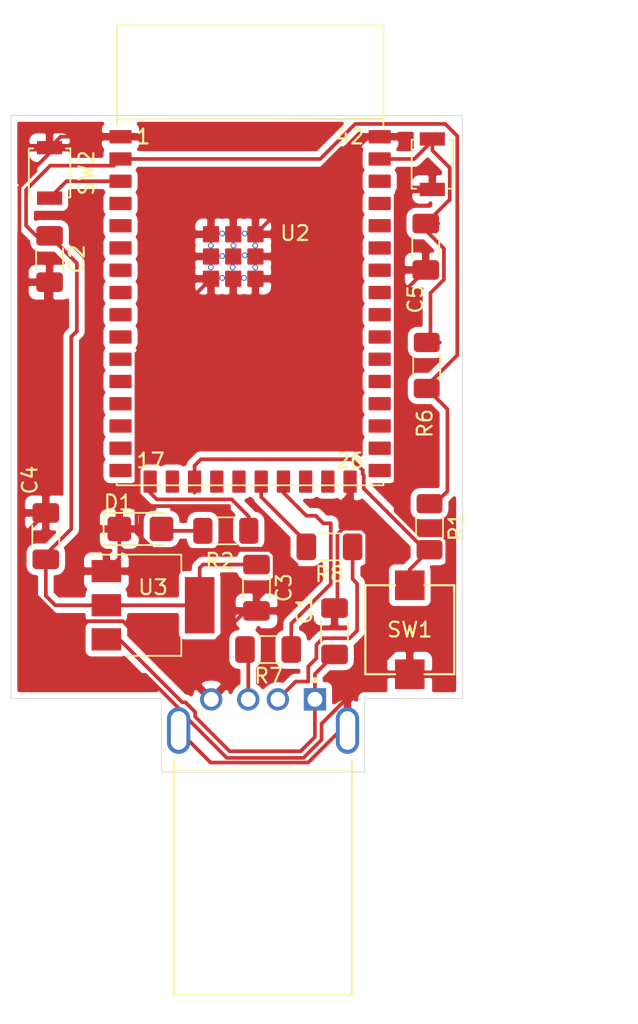
<source format=kicad_pcb>
(kicad_pcb (version 20171130) (host pcbnew "(5.1.9)-1")

  (general
    (thickness 1.6)
    (drawings 15)
    (tracks 189)
    (zones 0)
    (modules 17)
    (nets 13)
  )

  (page A4)
  (title_block
    (date 2020-08-15)
    (rev v1.0)
  )

  (layers
    (0 F.Cu signal)
    (31 B.Cu signal)
    (32 B.Adhes user)
    (33 F.Adhes user)
    (34 B.Paste user)
    (35 F.Paste user)
    (36 B.SilkS user)
    (37 F.SilkS user)
    (38 B.Mask user)
    (39 F.Mask user)
    (40 Dwgs.User user)
    (41 Cmts.User user)
    (42 Eco1.User user)
    (43 Eco2.User user)
    (44 Edge.Cuts user)
    (45 Margin user)
    (46 B.CrtYd user)
    (47 F.CrtYd user)
    (48 B.Fab user)
    (49 F.Fab user)
  )

  (setup
    (last_trace_width 0.25)
    (user_trace_width 0.3)
    (user_trace_width 0.4)
    (user_trace_width 0.5)
    (trace_clearance 0.2)
    (zone_clearance 0.4)
    (zone_45_only no)
    (trace_min 0.2)
    (via_size 0.8)
    (via_drill 0.4)
    (via_min_size 0.4)
    (via_min_drill 0.3)
    (user_via 0.5 0.3)
    (uvia_size 0.3)
    (uvia_drill 0.1)
    (uvias_allowed no)
    (uvia_min_size 0.2)
    (uvia_min_drill 0.1)
    (edge_width 0.05)
    (segment_width 0.2)
    (pcb_text_width 0.3)
    (pcb_text_size 1.5 1.5)
    (mod_edge_width 0.12)
    (mod_text_size 1 1)
    (mod_text_width 0.15)
    (pad_size 1 1)
    (pad_drill 0)
    (pad_to_mask_clearance 0)
    (aux_axis_origin 0 0)
    (visible_elements 7FFFFFFF)
    (pcbplotparams
      (layerselection 0x010fc_ffffffff)
      (usegerberextensions false)
      (usegerberattributes false)
      (usegerberadvancedattributes false)
      (creategerberjobfile false)
      (excludeedgelayer true)
      (linewidth 0.100000)
      (plotframeref false)
      (viasonmask false)
      (mode 1)
      (useauxorigin false)
      (hpglpennumber 1)
      (hpglpenspeed 20)
      (hpglpendiameter 15.000000)
      (psnegative false)
      (psa4output false)
      (plotreference true)
      (plotvalue true)
      (plotinvisibletext false)
      (padsonsilk false)
      (subtractmaskfromsilk false)
      (outputformat 1)
      (mirror false)
      (drillshape 0)
      (scaleselection 1)
      (outputdirectory "gerber/"))
  )

  (net 0 "")
  (net 1 VBUS)
  (net 2 GND)
  (net 3 +3V3)
  (net 4 /EN)
  (net 5 "Net-(D1-Pad2)")
  (net 6 /ESP_D+)
  (net 7 /ESP_D-)
  (net 8 "Net-(R7-Pad2)")
  (net 9 "Net-(R8-Pad2)")
  (net 10 /BOOT)
  (net 11 /TFTDC)
  (net 12 /BOUTON2)

  (net_class Default "This is the default net class."
    (clearance 0.2)
    (trace_width 0.25)
    (via_dia 0.8)
    (via_drill 0.4)
    (uvia_dia 0.3)
    (uvia_drill 0.1)
    (add_net +3V3)
    (add_net /BOOT)
    (add_net /BOUTON2)
    (add_net /EN)
    (add_net /ESP_D+)
    (add_net /ESP_D-)
    (add_net /TFTDC)
    (add_net GND)
    (add_net "Net-(D1-Pad2)")
    (add_net "Net-(R7-Pad2)")
    (add_net "Net-(R8-Pad2)")
    (add_net VBUS)
  )

  (module 18650:MOLEX_48037-0001 (layer F.Cu) (tedit 61615080) (tstamp 61614FB2)
    (at 140.208 82.042)
    (path /616A1927)
    (fp_text reference J1 (at -3.725 -4.235) (layer F.SilkS) hide
      (effects (font (size 1 1) (thickness 0.15)))
    )
    (fp_text value 48037-0001 (at 3.26 18.965) (layer F.Fab)
      (effects (font (size 1 1) (thickness 0.15)))
    )
    (fp_circle (center 3.5 -3.4) (end 3.6 -3.4) (layer F.Fab) (width 0.2))
    (fp_circle (center 3.5 -3.4) (end 3.6 -3.4) (layer F.SilkS) (width 0.2))
    (fp_line (start 6 17.8) (end 6 2.75) (layer F.SilkS) (width 0.127))
    (fp_line (start -6 17.8) (end 6 17.8) (layer F.SilkS) (width 0.127))
    (fp_line (start -6 2.75) (end -6 17.8) (layer F.SilkS) (width 0.127))
    (fp_line (start 6.75 -3.11) (end -6.75 -3.11) (layer F.CrtYd) (width 0.05))
    (fp_line (start 6.75 18.05) (end 6.75 -3.11) (layer F.CrtYd) (width 0.05))
    (fp_line (start -6.75 18.05) (end 6.75 18.05) (layer F.CrtYd) (width 0.05))
    (fp_line (start -6.75 -3.11) (end -6.75 18.05) (layer F.CrtYd) (width 0.05))
    (fp_line (start 6 2.75) (end 6 2) (layer F.SilkS) (width 0.127))
    (fp_line (start -6 2.75) (end 6 2.75) (layer F.SilkS) (width 0.127))
    (fp_line (start -6 2) (end -6 2.75) (layer F.SilkS) (width 0.127))
    (fp_line (start 6 17.8) (end 6 2.75) (layer F.Fab) (width 0.127))
    (fp_line (start -6 17.8) (end 6 17.8) (layer F.Fab) (width 0.127))
    (fp_line (start -6 2.75) (end -6 17.8) (layer F.Fab) (width 0.127))
    (fp_line (start -6 2.75) (end 6 2.75) (layer F.Fab) (width 0.127))
    (pad S1 thru_hole oval (at 5.7 0) (size 1.575 3.15) (drill oval 1.05 2.6) (layers *.Cu *.Mask)
      (net 2 GND))
    (pad S2 thru_hole oval (at -5.7 0) (size 1.575 3.15) (drill oval 1.05 2.6) (layers *.Cu *.Mask)
      (net 2 GND))
    (pad None np_thru_hole circle (at -2.25 0) (size 1.25 1.25) (drill 1.25) (layers *.Cu *.Mask))
    (pad None np_thru_hole circle (at 2.25 0) (size 1.25 1.25) (drill 1.25) (layers *.Cu *.Mask))
    (pad 4 thru_hole circle (at -3.5 -2.1) (size 1.508 1.508) (drill 1) (layers *.Cu *.Mask)
      (net 2 GND))
    (pad 3 thru_hole circle (at -1 -2.1) (size 1.508 1.508) (drill 1) (layers *.Cu *.Mask)
      (net 6 /ESP_D+))
    (pad 2 thru_hole circle (at 1 -2.1) (size 1.508 1.508) (drill 1) (layers *.Cu *.Mask)
      (net 7 /ESP_D-))
    (pad 1 thru_hole rect (at 3.5 -2.1) (size 1.508 1.508) (drill 1) (layers *.Cu *.Mask)
      (net 1 VBUS))
    (model ${KIPRJMOD}/48037-0001.step
      (offset (xyz 0 -17.75 2))
      (scale (xyz 1 1 1))
      (rotate (xyz -90 0 0))
    )
  )

  (module 18650:esp32-s2-wrooom (layer F.Cu) (tedit 5F08798E) (tstamp 615F2C41)
    (at 139.3825 49.911)
    (path /6155AE41)
    (fp_text reference U2 (at 2.9845 -1.397) (layer F.SilkS)
      (effects (font (size 1 1) (thickness 0.15)))
    )
    (fp_text value ESP32-S2-WROOM (at 0.19 -16.27) (layer F.Fab)
      (effects (font (size 1 1) (thickness 0.15)))
    )
    (fp_line (start 8.95 -9.09) (end -9.05 -9.07) (layer F.SilkS) (width 0.12))
    (fp_line (start 8.95 15.35) (end 8.95 15.6) (layer F.SilkS) (width 0.12))
    (fp_line (start -9.05 15.35) (end -9.05 15.6) (layer F.SilkS) (width 0.12))
    (fp_line (start 8.95 -15.4) (end -9.05 -15.4) (layer F.SilkS) (width 0.12))
    (fp_line (start 8.95 -8.65) (end 8.95 -15.4) (layer F.SilkS) (width 0.12))
    (fp_line (start -9.05 15.6) (end 8.95 15.6) (layer F.SilkS) (width 0.12))
    (fp_line (start -9.05 -15.4) (end -9.05 -8.65) (layer F.SilkS) (width 0.12))
    (fp_text user 1 (at -7.272 -7.907) (layer F.SilkS)
      (effects (font (size 1 1) (thickness 0.15)))
    )
    (fp_text user 17 (at -6.764 13.937) (layer F.SilkS)
      (effects (font (size 1 1) (thickness 0.15)))
    )
    (fp_text user 26 (at 6.698 13.937) (layer F.SilkS)
      (effects (font (size 1 1) (thickness 0.15)))
    )
    (fp_text user 42 (at 6.698 -7.907) (layer F.SilkS)
      (effects (font (size 1 1) (thickness 0.15)))
    )
    (fp_text user "ANTENNA AREA" (at 0.63 -11.96) (layer F.SilkS) hide
      (effects (font (size 1 1) (thickness 0.15)))
    )
    (pad 1 smd roundrect (at -8.8 -7.9) (size 1.5 0.9) (layers F.Cu F.Paste F.Mask) (roundrect_rratio 0.079)
      (net 2 GND))
    (pad 2 smd roundrect (at -8.8 -6.4) (size 1.5 0.9) (layers F.Cu F.Paste F.Mask) (roundrect_rratio 0.079)
      (net 3 +3V3))
    (pad 3 smd roundrect (at -8.8 -4.9) (size 1.5 0.9) (layers F.Cu F.Paste F.Mask) (roundrect_rratio 0.079)
      (net 10 /BOOT))
    (pad 4 smd roundrect (at -8.8 -3.4) (size 1.5 0.9) (layers F.Cu F.Paste F.Mask) (roundrect_rratio 0.079))
    (pad 5 smd roundrect (at -8.8 -1.9) (size 1.5 0.9) (layers F.Cu F.Paste F.Mask) (roundrect_rratio 0.079))
    (pad 6 smd roundrect (at -8.8 -0.4) (size 1.5 0.9) (layers F.Cu F.Paste F.Mask) (roundrect_rratio 0.079))
    (pad 7 smd roundrect (at -8.8 1.1) (size 1.5 0.9) (layers F.Cu F.Paste F.Mask) (roundrect_rratio 0.079))
    (pad 8 smd roundrect (at -8.8 2.6) (size 1.5 0.9) (layers F.Cu F.Paste F.Mask) (roundrect_rratio 0.079))
    (pad 9 smd roundrect (at -8.8 4.1) (size 1.5 0.9) (layers F.Cu F.Paste F.Mask) (roundrect_rratio 0.079))
    (pad 10 smd roundrect (at -8.8 5.6) (size 1.5 0.9) (layers F.Cu F.Paste F.Mask) (roundrect_rratio 0.079))
    (pad 11 smd roundrect (at -8.8 7.1) (size 1.5 0.9) (layers F.Cu F.Paste F.Mask) (roundrect_rratio 0.079))
    (pad 12 smd roundrect (at -8.8 8.6) (size 1.5 0.9) (layers F.Cu F.Paste F.Mask) (roundrect_rratio 0.079))
    (pad 13 smd roundrect (at -8.8 10.1) (size 1.5 0.9) (layers F.Cu F.Paste F.Mask) (roundrect_rratio 0.079))
    (pad 14 smd roundrect (at -8.8 11.6) (size 1.5 0.9) (layers F.Cu F.Paste F.Mask) (roundrect_rratio 0.079))
    (pad 15 smd roundrect (at -8.8 13.1) (size 1.5 0.9) (layers F.Cu F.Paste F.Mask) (roundrect_rratio 0.079))
    (pad 16 smd roundrect (at -8.8 14.6) (size 1.5 0.9) (layers F.Cu F.Paste F.Mask) (roundrect_rratio 0.079))
    (pad 17 smd roundrect (at -6.8 15.35 90) (size 1.5 0.9) (layers F.Cu F.Paste F.Mask) (roundrect_rratio 0.079)
      (net 11 /TFTDC))
    (pad 18 smd roundrect (at -5.3 15.35 90) (size 1.5 0.9) (layers F.Cu F.Paste F.Mask) (roundrect_rratio 0.079))
    (pad 19 smd roundrect (at -3.8 15.35 90) (size 1.5 0.9) (layers F.Cu F.Paste F.Mask) (roundrect_rratio 0.079)
      (net 12 /BOUTON2))
    (pad 20 smd roundrect (at -2.3 15.35 90) (size 1.5 0.9) (layers F.Cu F.Paste F.Mask) (roundrect_rratio 0.079))
    (pad 21 smd roundrect (at -0.8 15.35 90) (size 1.5 0.9) (layers F.Cu F.Paste F.Mask) (roundrect_rratio 0.079))
    (pad 22 smd roundrect (at 0.7 15.35 90) (size 1.5 0.9) (layers F.Cu F.Paste F.Mask) (roundrect_rratio 0.079)
      (net 9 "Net-(R8-Pad2)"))
    (pad 23 smd roundrect (at 2.2 15.35 90) (size 1.5 0.9) (layers F.Cu F.Paste F.Mask) (roundrect_rratio 0.079)
      (net 8 "Net-(R7-Pad2)"))
    (pad 24 smd roundrect (at 3.7 15.35 90) (size 1.5 0.9) (layers F.Cu F.Paste F.Mask) (roundrect_rratio 0.079))
    (pad 25 smd roundrect (at 5.2 15.35 90) (size 1.5 0.9) (layers F.Cu F.Paste F.Mask) (roundrect_rratio 0.079))
    (pad 26 smd roundrect (at 6.7 15.35 90) (size 1.5 0.9) (layers F.Cu F.Paste F.Mask) (roundrect_rratio 0.079)
      (net 2 GND))
    (pad 27 smd roundrect (at 8.7 14.6 180) (size 1.5 0.9) (layers F.Cu F.Paste F.Mask) (roundrect_rratio 0.079))
    (pad 28 smd roundrect (at 8.7 13.1 180) (size 1.5 0.9) (layers F.Cu F.Paste F.Mask) (roundrect_rratio 0.079))
    (pad 29 smd roundrect (at 8.7 11.6 180) (size 1.5 0.9) (layers F.Cu F.Paste F.Mask) (roundrect_rratio 0.079))
    (pad 30 smd roundrect (at 8.7 10.1 180) (size 1.5 0.9) (layers F.Cu F.Paste F.Mask) (roundrect_rratio 0.079))
    (pad 31 smd roundrect (at 8.7 8.6 180) (size 1.5 0.9) (layers F.Cu F.Paste F.Mask) (roundrect_rratio 0.079))
    (pad 32 smd roundrect (at 8.7 7.1 180) (size 1.5 0.9) (layers F.Cu F.Paste F.Mask) (roundrect_rratio 0.079))
    (pad 33 smd roundrect (at 8.7 5.6 180) (size 1.5 0.9) (layers F.Cu F.Paste F.Mask) (roundrect_rratio 0.079))
    (pad 34 smd roundrect (at 8.7 4.1 180) (size 1.5 0.9) (layers F.Cu F.Paste F.Mask) (roundrect_rratio 0.079))
    (pad 35 smd roundrect (at 8.7 2.6 180) (size 1.5 0.9) (layers F.Cu F.Paste F.Mask) (roundrect_rratio 0.079))
    (pad 36 smd roundrect (at 8.7 1.1 180) (size 1.5 0.9) (layers F.Cu F.Paste F.Mask) (roundrect_rratio 0.079))
    (pad 37 smd roundrect (at 8.7 -0.4 180) (size 1.5 0.9) (layers F.Cu F.Paste F.Mask) (roundrect_rratio 0.079))
    (pad 38 smd roundrect (at 8.7 -1.9 180) (size 1.5 0.9) (layers F.Cu F.Paste F.Mask) (roundrect_rratio 0.079))
    (pad 39 smd roundrect (at 8.7 -3.4 180) (size 1.5 0.9) (layers F.Cu F.Paste F.Mask) (roundrect_rratio 0.079))
    (pad 40 smd roundrect (at 8.7 -4.9 180) (size 1.5 0.9) (layers F.Cu F.Paste F.Mask) (roundrect_rratio 0.079))
    (pad 41 smd roundrect (at 8.7 -6.4 180) (size 1.5 0.9) (layers F.Cu F.Paste F.Mask) (roundrect_rratio 0.079)
      (net 4 /EN))
    (pad 42 smd roundrect (at 8.7 -7.9 180) (size 1.5 0.9) (layers F.Cu F.Paste F.Mask) (roundrect_rratio 0.079)
      (net 2 GND))
    (pad 43 smd roundrect (at -2.69 -1.325 180) (size 1.1 1.1) (layers F.Cu F.Paste F.Mask) (roundrect_rratio 0.079)
      (net 2 GND))
    (pad 43 smd roundrect (at -1.19 -1.325 180) (size 1.1 1.1) (layers F.Cu F.Paste F.Mask) (roundrect_rratio 0.079)
      (net 2 GND))
    (pad 43 smd roundrect (at 0.31 -1.325 180) (size 1.1 1.1) (layers F.Cu F.Paste F.Mask) (roundrect_rratio 0.079)
      (net 2 GND))
    (pad 43 smd roundrect (at -2.69 0.175 180) (size 1.1 1.1) (layers F.Cu F.Paste F.Mask) (roundrect_rratio 0.079)
      (net 2 GND))
    (pad 43 smd roundrect (at -1.19 0.175 180) (size 1.1 1.1) (layers F.Cu F.Paste F.Mask) (roundrect_rratio 0.079)
      (net 2 GND))
    (pad 43 smd roundrect (at 0.31 0.175 180) (size 1.1 1.1) (layers F.Cu F.Paste F.Mask) (roundrect_rratio 0.079)
      (net 2 GND))
    (pad 43 smd roundrect (at -2.69 1.675 180) (size 1.1 1.1) (layers F.Cu F.Paste F.Mask) (roundrect_rratio 0.079)
      (net 2 GND))
    (pad 43 smd roundrect (at -1.19 1.675 180) (size 1.1 1.1) (layers F.Cu F.Paste F.Mask) (roundrect_rratio 0.079)
      (net 2 GND))
    (pad 43 smd roundrect (at 0.31 1.675 180) (size 1.1 1.1) (layers F.Cu F.Paste F.Mask) (roundrect_rratio 0.079)
      (net 2 GND))
    (pad "" thru_hole circle (at -2.7 -0.5664 180) (size 0.4 0.4) (drill oval 0.25) (layers *.Cu *.Mask))
    (pad "" thru_hole circle (at -1.938 -1.3792 180) (size 0.4 0.4) (drill oval 0.25) (layers *.Cu *.Mask))
    (pad "" thru_hole circle (at -0.414 -1.3792 180) (size 0.4 0.4) (drill oval 0.25) (layers *.Cu *.Mask))
    (pad "" thru_hole circle (at 0.2972 -0.5664 180) (size 0.4 0.4) (drill oval 0.25) (layers *.Cu *.Mask))
    (pad "" thru_hole circle (at 0.2972 0.9068 180) (size 0.4 0.4) (drill oval 0.25) (layers *.Cu *.Mask))
    (pad "" thru_hole circle (at -0.4648 1.618 180) (size 0.4 0.4) (drill oval 0.25) (layers *.Cu *.Mask))
    (pad "" thru_hole circle (at -1.938 1.618 180) (size 0.4 0.4) (drill oval 0.25) (layers *.Cu *.Mask))
    (pad "" thru_hole circle (at -2.7 0.9068 180) (size 0.4 0.4) (drill oval 0.25) (layers *.Cu *.Mask))
    (pad "" thru_hole circle (at -1.938 0.1448 180) (size 0.4 0.4) (drill oval 0.25) (layers *.Cu *.Mask))
    (pad "" thru_hole circle (at -0.414 0.094 180) (size 0.4 0.4) (drill oval 0.25) (layers *.Cu *.Mask))
    (pad "" thru_hole circle (at -1.176 -0.5664 180) (size 0.4 0.4) (drill oval 0.25) (layers *.Cu *.Mask))
    (pad "" thru_hole circle (at -1.2268 0.9068 180) (size 0.4 0.4) (drill oval 0.25) (layers *.Cu *.Mask))
    (model ${KIPRJMOD}/ESP32-S2-WROVER.STEP
      (at (xyz 0 0 0))
      (scale (xyz 1 1 1))
      (rotate (xyz 0 0 0))
    )
  )

  (module Capacitor_SMD:C_1206_3216Metric_Pad1.33x1.80mm_HandSolder (layer F.Cu) (tedit 5F68FEEF) (tstamp 61915525)
    (at 145.034 75.3495 90)
    (descr "Capacitor SMD 1206 (3216 Metric), square (rectangular) end terminal, IPC_7351 nominal with elongated pad for handsoldering. (Body size source: IPC-SM-782 page 76, https://www.pcb-3d.com/wordpress/wp-content/uploads/ipc-sm-782a_amendment_1_and_2.pdf), generated with kicad-footprint-generator")
    (tags "capacitor handsolder")
    (path /5EF16445)
    (attr smd)
    (fp_text reference C1 (at 1.4355 -2.032 90) (layer F.SilkS)
      (effects (font (size 1 1) (thickness 0.15)))
    )
    (fp_text value 10u (at 0 1.85 90) (layer F.Fab)
      (effects (font (size 1 1) (thickness 0.15)))
    )
    (fp_line (start 2.48 1.15) (end -2.48 1.15) (layer F.CrtYd) (width 0.05))
    (fp_line (start 2.48 -1.15) (end 2.48 1.15) (layer F.CrtYd) (width 0.05))
    (fp_line (start -2.48 -1.15) (end 2.48 -1.15) (layer F.CrtYd) (width 0.05))
    (fp_line (start -2.48 1.15) (end -2.48 -1.15) (layer F.CrtYd) (width 0.05))
    (fp_line (start -0.711252 0.91) (end 0.711252 0.91) (layer F.SilkS) (width 0.12))
    (fp_line (start -0.711252 -0.91) (end 0.711252 -0.91) (layer F.SilkS) (width 0.12))
    (fp_line (start 1.6 0.8) (end -1.6 0.8) (layer F.Fab) (width 0.1))
    (fp_line (start 1.6 -0.8) (end 1.6 0.8) (layer F.Fab) (width 0.1))
    (fp_line (start -1.6 -0.8) (end 1.6 -0.8) (layer F.Fab) (width 0.1))
    (fp_line (start -1.6 0.8) (end -1.6 -0.8) (layer F.Fab) (width 0.1))
    (fp_text user %R (at 0 0 90) (layer F.Fab)
      (effects (font (size 0.8 0.8) (thickness 0.12)))
    )
    (pad 1 smd roundrect (at -1.5625 0 90) (size 1.325 1.8) (layers F.Cu F.Paste F.Mask) (roundrect_rratio 0.188679)
      (net 1 VBUS))
    (pad 2 smd roundrect (at 1.5625 0 90) (size 1.325 1.8) (layers F.Cu F.Paste F.Mask) (roundrect_rratio 0.188679)
      (net 2 GND))
    (model ${KISYS3DMOD}/Capacitor_SMD.3dshapes/C_1206_3216Metric.wrl
      (at (xyz 0 0 0))
      (scale (xyz 1 1 1))
      (rotate (xyz 0 0 0))
    )
  )

  (module Capacitor_SMD:C_1206_3216Metric_Pad1.33x1.80mm_HandSolder (layer F.Cu) (tedit 5F68FEEF) (tstamp 61915536)
    (at 125.7935 50.2535 270)
    (descr "Capacitor SMD 1206 (3216 Metric), square (rectangular) end terminal, IPC_7351 nominal with elongated pad for handsoldering. (Body size source: IPC-SM-782 page 76, https://www.pcb-3d.com/wordpress/wp-content/uploads/ipc-sm-782a_amendment_1_and_2.pdf), generated with kicad-footprint-generator")
    (tags "capacitor handsolder")
    (path /5EF7516F)
    (attr smd)
    (fp_text reference C2 (at 0 -1.85 90) (layer F.SilkS)
      (effects (font (size 1 1) (thickness 0.15)))
    )
    (fp_text value 10u (at 0 1.85 90) (layer F.Fab)
      (effects (font (size 1 1) (thickness 0.15)))
    )
    (fp_line (start 2.48 1.15) (end -2.48 1.15) (layer F.CrtYd) (width 0.05))
    (fp_line (start 2.48 -1.15) (end 2.48 1.15) (layer F.CrtYd) (width 0.05))
    (fp_line (start -2.48 -1.15) (end 2.48 -1.15) (layer F.CrtYd) (width 0.05))
    (fp_line (start -2.48 1.15) (end -2.48 -1.15) (layer F.CrtYd) (width 0.05))
    (fp_line (start -0.711252 0.91) (end 0.711252 0.91) (layer F.SilkS) (width 0.12))
    (fp_line (start -0.711252 -0.91) (end 0.711252 -0.91) (layer F.SilkS) (width 0.12))
    (fp_line (start 1.6 0.8) (end -1.6 0.8) (layer F.Fab) (width 0.1))
    (fp_line (start 1.6 -0.8) (end 1.6 0.8) (layer F.Fab) (width 0.1))
    (fp_line (start -1.6 -0.8) (end 1.6 -0.8) (layer F.Fab) (width 0.1))
    (fp_line (start -1.6 0.8) (end -1.6 -0.8) (layer F.Fab) (width 0.1))
    (fp_text user %R (at 0 0 90) (layer F.Fab)
      (effects (font (size 0.8 0.8) (thickness 0.12)))
    )
    (pad 1 smd roundrect (at -1.5625 0 270) (size 1.325 1.8) (layers F.Cu F.Paste F.Mask) (roundrect_rratio 0.188679)
      (net 3 +3V3))
    (pad 2 smd roundrect (at 1.5625 0 270) (size 1.325 1.8) (layers F.Cu F.Paste F.Mask) (roundrect_rratio 0.188679)
      (net 2 GND))
    (model ${KISYS3DMOD}/Capacitor_SMD.3dshapes/C_1206_3216Metric.wrl
      (at (xyz 0 0 0))
      (scale (xyz 1 1 1))
      (rotate (xyz 0 0 0))
    )
  )

  (module Capacitor_SMD:C_1206_3216Metric_Pad1.33x1.80mm_HandSolder (layer F.Cu) (tedit 5F68FEEF) (tstamp 61915547)
    (at 139.7635 72.415 270)
    (descr "Capacitor SMD 1206 (3216 Metric), square (rectangular) end terminal, IPC_7351 nominal with elongated pad for handsoldering. (Body size source: IPC-SM-782 page 76, https://www.pcb-3d.com/wordpress/wp-content/uploads/ipc-sm-782a_amendment_1_and_2.pdf), generated with kicad-footprint-generator")
    (tags "capacitor handsolder")
    (path /5F086FA6)
    (attr smd)
    (fp_text reference C3 (at 0 -1.85 90) (layer F.SilkS)
      (effects (font (size 1 1) (thickness 0.15)))
    )
    (fp_text value 100n (at 0 1.85 90) (layer F.Fab)
      (effects (font (size 1 1) (thickness 0.15)))
    )
    (fp_text user %R (at 0 0 90) (layer F.Fab)
      (effects (font (size 0.8 0.8) (thickness 0.12)))
    )
    (fp_line (start -1.6 0.8) (end -1.6 -0.8) (layer F.Fab) (width 0.1))
    (fp_line (start -1.6 -0.8) (end 1.6 -0.8) (layer F.Fab) (width 0.1))
    (fp_line (start 1.6 -0.8) (end 1.6 0.8) (layer F.Fab) (width 0.1))
    (fp_line (start 1.6 0.8) (end -1.6 0.8) (layer F.Fab) (width 0.1))
    (fp_line (start -0.711252 -0.91) (end 0.711252 -0.91) (layer F.SilkS) (width 0.12))
    (fp_line (start -0.711252 0.91) (end 0.711252 0.91) (layer F.SilkS) (width 0.12))
    (fp_line (start -2.48 1.15) (end -2.48 -1.15) (layer F.CrtYd) (width 0.05))
    (fp_line (start -2.48 -1.15) (end 2.48 -1.15) (layer F.CrtYd) (width 0.05))
    (fp_line (start 2.48 -1.15) (end 2.48 1.15) (layer F.CrtYd) (width 0.05))
    (fp_line (start 2.48 1.15) (end -2.48 1.15) (layer F.CrtYd) (width 0.05))
    (pad 2 smd roundrect (at 1.5625 0 270) (size 1.325 1.8) (layers F.Cu F.Paste F.Mask) (roundrect_rratio 0.188679)
      (net 2 GND))
    (pad 1 smd roundrect (at -1.5625 0 270) (size 1.325 1.8) (layers F.Cu F.Paste F.Mask) (roundrect_rratio 0.188679)
      (net 3 +3V3))
    (model ${KISYS3DMOD}/Capacitor_SMD.3dshapes/C_1206_3216Metric.wrl
      (at (xyz 0 0 0))
      (scale (xyz 1 1 1))
      (rotate (xyz 0 0 0))
    )
  )

  (module Capacitor_SMD:C_1206_3216Metric_Pad1.33x1.80mm_HandSolder (layer F.Cu) (tedit 5F68FEEF) (tstamp 61915558)
    (at 125.5395 68.936 90)
    (descr "Capacitor SMD 1206 (3216 Metric), square (rectangular) end terminal, IPC_7351 nominal with elongated pad for handsoldering. (Body size source: IPC-SM-782 page 76, https://www.pcb-3d.com/wordpress/wp-content/uploads/ipc-sm-782a_amendment_1_and_2.pdf), generated with kicad-footprint-generator")
    (tags "capacitor handsolder")
    (path /5EF69824)
    (attr smd)
    (fp_text reference C4 (at 3.785 -1.0795 90) (layer F.SilkS)
      (effects (font (size 1 1) (thickness 0.15)))
    )
    (fp_text value 100n (at 0 1.85 90) (layer F.Fab)
      (effects (font (size 1 1) (thickness 0.15)))
    )
    (fp_text user %R (at 0 0 90) (layer F.Fab)
      (effects (font (size 0.8 0.8) (thickness 0.12)))
    )
    (fp_line (start -1.6 0.8) (end -1.6 -0.8) (layer F.Fab) (width 0.1))
    (fp_line (start -1.6 -0.8) (end 1.6 -0.8) (layer F.Fab) (width 0.1))
    (fp_line (start 1.6 -0.8) (end 1.6 0.8) (layer F.Fab) (width 0.1))
    (fp_line (start 1.6 0.8) (end -1.6 0.8) (layer F.Fab) (width 0.1))
    (fp_line (start -0.711252 -0.91) (end 0.711252 -0.91) (layer F.SilkS) (width 0.12))
    (fp_line (start -0.711252 0.91) (end 0.711252 0.91) (layer F.SilkS) (width 0.12))
    (fp_line (start -2.48 1.15) (end -2.48 -1.15) (layer F.CrtYd) (width 0.05))
    (fp_line (start -2.48 -1.15) (end 2.48 -1.15) (layer F.CrtYd) (width 0.05))
    (fp_line (start 2.48 -1.15) (end 2.48 1.15) (layer F.CrtYd) (width 0.05))
    (fp_line (start 2.48 1.15) (end -2.48 1.15) (layer F.CrtYd) (width 0.05))
    (pad 2 smd roundrect (at 1.5625 0 90) (size 1.325 1.8) (layers F.Cu F.Paste F.Mask) (roundrect_rratio 0.188679)
      (net 2 GND))
    (pad 1 smd roundrect (at -1.5625 0 90) (size 1.325 1.8) (layers F.Cu F.Paste F.Mask) (roundrect_rratio 0.188679)
      (net 3 +3V3))
    (model ${KISYS3DMOD}/Capacitor_SMD.3dshapes/C_1206_3216Metric.wrl
      (at (xyz 0 0 0))
      (scale (xyz 1 1 1))
      (rotate (xyz 0 0 0))
    )
  )

  (module Capacitor_SMD:C_1206_3216Metric_Pad1.33x1.80mm_HandSolder (layer F.Cu) (tedit 5F68FEEF) (tstamp 61915569)
    (at 151.1935 49.428 270)
    (descr "Capacitor SMD 1206 (3216 Metric), square (rectangular) end terminal, IPC_7351 nominal with elongated pad for handsoldering. (Body size source: IPC-SM-782 page 76, https://www.pcb-3d.com/wordpress/wp-content/uploads/ipc-sm-782a_amendment_1_and_2.pdf), generated with kicad-footprint-generator")
    (tags "capacitor handsolder")
    (path /6158266D)
    (attr smd)
    (fp_text reference C5 (at 3.531 0.6985 90) (layer F.SilkS)
      (effects (font (size 1 1) (thickness 0.15)))
    )
    (fp_text value 100n (at 0 1.85 90) (layer F.Fab)
      (effects (font (size 1 1) (thickness 0.15)))
    )
    (fp_line (start 2.48 1.15) (end -2.48 1.15) (layer F.CrtYd) (width 0.05))
    (fp_line (start 2.48 -1.15) (end 2.48 1.15) (layer F.CrtYd) (width 0.05))
    (fp_line (start -2.48 -1.15) (end 2.48 -1.15) (layer F.CrtYd) (width 0.05))
    (fp_line (start -2.48 1.15) (end -2.48 -1.15) (layer F.CrtYd) (width 0.05))
    (fp_line (start -0.711252 0.91) (end 0.711252 0.91) (layer F.SilkS) (width 0.12))
    (fp_line (start -0.711252 -0.91) (end 0.711252 -0.91) (layer F.SilkS) (width 0.12))
    (fp_line (start 1.6 0.8) (end -1.6 0.8) (layer F.Fab) (width 0.1))
    (fp_line (start 1.6 -0.8) (end 1.6 0.8) (layer F.Fab) (width 0.1))
    (fp_line (start -1.6 -0.8) (end 1.6 -0.8) (layer F.Fab) (width 0.1))
    (fp_line (start -1.6 0.8) (end -1.6 -0.8) (layer F.Fab) (width 0.1))
    (fp_text user %R (at 0 0 90) (layer F.Fab)
      (effects (font (size 0.8 0.8) (thickness 0.12)))
    )
    (pad 1 smd roundrect (at -1.5625 0 270) (size 1.325 1.8) (layers F.Cu F.Paste F.Mask) (roundrect_rratio 0.188679)
      (net 4 /EN))
    (pad 2 smd roundrect (at 1.5625 0 270) (size 1.325 1.8) (layers F.Cu F.Paste F.Mask) (roundrect_rratio 0.188679)
      (net 2 GND))
    (model ${KISYS3DMOD}/Capacitor_SMD.3dshapes/C_1206_3216Metric.wrl
      (at (xyz 0 0 0))
      (scale (xyz 1 1 1))
      (rotate (xyz 0 0 0))
    )
  )

  (module Resistor_SMD:R_1206_3216Metric_Pad1.30x1.75mm_HandSolder (layer F.Cu) (tedit 5F68FEEE) (tstamp 6191557A)
    (at 151.4475 68.3 270)
    (descr "Resistor SMD 1206 (3216 Metric), square (rectangular) end terminal, IPC_7351 nominal with elongated pad for handsoldering. (Body size source: IPC-SM-782 page 72, https://www.pcb-3d.com/wordpress/wp-content/uploads/ipc-sm-782a_amendment_1_and_2.pdf), generated with kicad-footprint-generator")
    (tags "resistor handsolder")
    (path /6167DC10)
    (attr smd)
    (fp_text reference R1 (at 0 -1.82 90) (layer F.SilkS)
      (effects (font (size 1 1) (thickness 0.15)))
    )
    (fp_text value 10k (at 0 1.82 90) (layer F.Fab)
      (effects (font (size 1 1) (thickness 0.15)))
    )
    (fp_text user %R (at 0 0 90) (layer F.Fab)
      (effects (font (size 0.8 0.8) (thickness 0.12)))
    )
    (fp_line (start -1.6 0.8) (end -1.6 -0.8) (layer F.Fab) (width 0.1))
    (fp_line (start -1.6 -0.8) (end 1.6 -0.8) (layer F.Fab) (width 0.1))
    (fp_line (start 1.6 -0.8) (end 1.6 0.8) (layer F.Fab) (width 0.1))
    (fp_line (start 1.6 0.8) (end -1.6 0.8) (layer F.Fab) (width 0.1))
    (fp_line (start -0.727064 -0.91) (end 0.727064 -0.91) (layer F.SilkS) (width 0.12))
    (fp_line (start -0.727064 0.91) (end 0.727064 0.91) (layer F.SilkS) (width 0.12))
    (fp_line (start -2.45 1.12) (end -2.45 -1.12) (layer F.CrtYd) (width 0.05))
    (fp_line (start -2.45 -1.12) (end 2.45 -1.12) (layer F.CrtYd) (width 0.05))
    (fp_line (start 2.45 -1.12) (end 2.45 1.12) (layer F.CrtYd) (width 0.05))
    (fp_line (start 2.45 1.12) (end -2.45 1.12) (layer F.CrtYd) (width 0.05))
    (pad 2 smd roundrect (at 1.55 0 270) (size 1.3 1.75) (layers F.Cu F.Paste F.Mask) (roundrect_rratio 0.192308)
      (net 12 /BOUTON2))
    (pad 1 smd roundrect (at -1.55 0 270) (size 1.3 1.75) (layers F.Cu F.Paste F.Mask) (roundrect_rratio 0.192308)
      (net 3 +3V3))
    (model ${KISYS3DMOD}/Resistor_SMD.3dshapes/R_1206_3216Metric.wrl
      (at (xyz 0 0 0))
      (scale (xyz 1 1 1))
      (rotate (xyz 0 0 0))
    )
  )

  (module Resistor_SMD:R_1206_3216Metric_Pad1.30x1.75mm_HandSolder (layer F.Cu) (tedit 5F68FEEE) (tstamp 6191558B)
    (at 151.257 57.43 90)
    (descr "Resistor SMD 1206 (3216 Metric), square (rectangular) end terminal, IPC_7351 nominal with elongated pad for handsoldering. (Body size source: IPC-SM-782 page 72, https://www.pcb-3d.com/wordpress/wp-content/uploads/ipc-sm-782a_amendment_1_and_2.pdf), generated with kicad-footprint-generator")
    (tags "resistor handsolder")
    (path /61579866)
    (attr smd)
    (fp_text reference R6 (at -3.911 -0.127 90) (layer F.SilkS)
      (effects (font (size 1 1) (thickness 0.15)))
    )
    (fp_text value 10k (at 0 1.82 90) (layer F.Fab)
      (effects (font (size 1 1) (thickness 0.15)))
    )
    (fp_line (start 2.45 1.12) (end -2.45 1.12) (layer F.CrtYd) (width 0.05))
    (fp_line (start 2.45 -1.12) (end 2.45 1.12) (layer F.CrtYd) (width 0.05))
    (fp_line (start -2.45 -1.12) (end 2.45 -1.12) (layer F.CrtYd) (width 0.05))
    (fp_line (start -2.45 1.12) (end -2.45 -1.12) (layer F.CrtYd) (width 0.05))
    (fp_line (start -0.727064 0.91) (end 0.727064 0.91) (layer F.SilkS) (width 0.12))
    (fp_line (start -0.727064 -0.91) (end 0.727064 -0.91) (layer F.SilkS) (width 0.12))
    (fp_line (start 1.6 0.8) (end -1.6 0.8) (layer F.Fab) (width 0.1))
    (fp_line (start 1.6 -0.8) (end 1.6 0.8) (layer F.Fab) (width 0.1))
    (fp_line (start -1.6 -0.8) (end 1.6 -0.8) (layer F.Fab) (width 0.1))
    (fp_line (start -1.6 0.8) (end -1.6 -0.8) (layer F.Fab) (width 0.1))
    (fp_text user %R (at 0 0 90) (layer F.Fab)
      (effects (font (size 0.8 0.8) (thickness 0.12)))
    )
    (pad 1 smd roundrect (at -1.55 0 90) (size 1.3 1.75) (layers F.Cu F.Paste F.Mask) (roundrect_rratio 0.192308)
      (net 3 +3V3))
    (pad 2 smd roundrect (at 1.55 0 90) (size 1.3 1.75) (layers F.Cu F.Paste F.Mask) (roundrect_rratio 0.192308)
      (net 4 /EN))
    (model ${KISYS3DMOD}/Resistor_SMD.3dshapes/R_1206_3216Metric.wrl
      (at (xyz 0 0 0))
      (scale (xyz 1 1 1))
      (rotate (xyz 0 0 0))
    )
  )

  (module Capacitor_SMD:C_1206_3216Metric_Pad1.33x1.80mm_HandSolder (layer F.Cu) (tedit 5F68FEEF) (tstamp 6191559C)
    (at 140.5505 76.581)
    (descr "Capacitor SMD 1206 (3216 Metric), square (rectangular) end terminal, IPC_7351 nominal with elongated pad for handsoldering. (Body size source: IPC-SM-782 page 76, https://www.pcb-3d.com/wordpress/wp-content/uploads/ipc-sm-782a_amendment_1_and_2.pdf), generated with kicad-footprint-generator")
    (tags "capacitor handsolder")
    (path /616E3371)
    (attr smd)
    (fp_text reference R7 (at 0.0385 1.778) (layer F.SilkS)
      (effects (font (size 1 1) (thickness 0.15)))
    )
    (fp_text value 22R (at 0 1.85) (layer F.Fab)
      (effects (font (size 1 1) (thickness 0.15)))
    )
    (fp_line (start 2.48 1.15) (end -2.48 1.15) (layer F.CrtYd) (width 0.05))
    (fp_line (start 2.48 -1.15) (end 2.48 1.15) (layer F.CrtYd) (width 0.05))
    (fp_line (start -2.48 -1.15) (end 2.48 -1.15) (layer F.CrtYd) (width 0.05))
    (fp_line (start -2.48 1.15) (end -2.48 -1.15) (layer F.CrtYd) (width 0.05))
    (fp_line (start -0.711252 0.91) (end 0.711252 0.91) (layer F.SilkS) (width 0.12))
    (fp_line (start -0.711252 -0.91) (end 0.711252 -0.91) (layer F.SilkS) (width 0.12))
    (fp_line (start 1.6 0.8) (end -1.6 0.8) (layer F.Fab) (width 0.1))
    (fp_line (start 1.6 -0.8) (end 1.6 0.8) (layer F.Fab) (width 0.1))
    (fp_line (start -1.6 -0.8) (end 1.6 -0.8) (layer F.Fab) (width 0.1))
    (fp_line (start -1.6 0.8) (end -1.6 -0.8) (layer F.Fab) (width 0.1))
    (fp_text user %R (at 0 0) (layer F.Fab)
      (effects (font (size 0.8 0.8) (thickness 0.12)))
    )
    (pad 1 smd roundrect (at -1.5625 0) (size 1.325 1.8) (layers F.Cu F.Paste F.Mask) (roundrect_rratio 0.188679)
      (net 6 /ESP_D+))
    (pad 2 smd roundrect (at 1.5625 0) (size 1.325 1.8) (layers F.Cu F.Paste F.Mask) (roundrect_rratio 0.188679)
      (net 8 "Net-(R7-Pad2)"))
    (model ${KISYS3DMOD}/Capacitor_SMD.3dshapes/C_1206_3216Metric.wrl
      (at (xyz 0 0 0))
      (scale (xyz 1 1 1))
      (rotate (xyz 0 0 0))
    )
  )

  (module Capacitor_SMD:C_1206_3216Metric_Pad1.33x1.80mm_HandSolder (layer F.Cu) (tedit 5F68FEEF) (tstamp 619155AD)
    (at 144.6915 69.6595 180)
    (descr "Capacitor SMD 1206 (3216 Metric), square (rectangular) end terminal, IPC_7351 nominal with elongated pad for handsoldering. (Body size source: IPC-SM-782 page 76, https://www.pcb-3d.com/wordpress/wp-content/uploads/ipc-sm-782a_amendment_1_and_2.pdf), generated with kicad-footprint-generator")
    (tags "capacitor handsolder")
    (path /616EF47E)
    (attr smd)
    (fp_text reference R8 (at 0 -1.85) (layer F.SilkS)
      (effects (font (size 1 1) (thickness 0.15)))
    )
    (fp_text value 22R (at 0 1.85) (layer F.Fab)
      (effects (font (size 1 1) (thickness 0.15)))
    )
    (fp_text user %R (at 0 0) (layer F.Fab)
      (effects (font (size 0.8 0.8) (thickness 0.12)))
    )
    (fp_line (start -1.6 0.8) (end -1.6 -0.8) (layer F.Fab) (width 0.1))
    (fp_line (start -1.6 -0.8) (end 1.6 -0.8) (layer F.Fab) (width 0.1))
    (fp_line (start 1.6 -0.8) (end 1.6 0.8) (layer F.Fab) (width 0.1))
    (fp_line (start 1.6 0.8) (end -1.6 0.8) (layer F.Fab) (width 0.1))
    (fp_line (start -0.711252 -0.91) (end 0.711252 -0.91) (layer F.SilkS) (width 0.12))
    (fp_line (start -0.711252 0.91) (end 0.711252 0.91) (layer F.SilkS) (width 0.12))
    (fp_line (start -2.48 1.15) (end -2.48 -1.15) (layer F.CrtYd) (width 0.05))
    (fp_line (start -2.48 -1.15) (end 2.48 -1.15) (layer F.CrtYd) (width 0.05))
    (fp_line (start 2.48 -1.15) (end 2.48 1.15) (layer F.CrtYd) (width 0.05))
    (fp_line (start 2.48 1.15) (end -2.48 1.15) (layer F.CrtYd) (width 0.05))
    (pad 2 smd roundrect (at 1.5625 0 180) (size 1.325 1.8) (layers F.Cu F.Paste F.Mask) (roundrect_rratio 0.188679)
      (net 9 "Net-(R8-Pad2)"))
    (pad 1 smd roundrect (at -1.5625 0 180) (size 1.325 1.8) (layers F.Cu F.Paste F.Mask) (roundrect_rratio 0.188679)
      (net 7 /ESP_D-))
    (model ${KISYS3DMOD}/Capacitor_SMD.3dshapes/C_1206_3216Metric.wrl
      (at (xyz 0 0 0))
      (scale (xyz 1 1 1))
      (rotate (xyz 0 0 0))
    )
  )

  (module 18650:SW_TP1003 (layer F.Cu) (tedit 5E0D07A2) (tstamp 619155B9)
    (at 150.114 79.248)
    (path /6167D86C)
    (fp_text reference SW1 (at 0 -4) (layer F.SilkS)
      (effects (font (size 1 1) (thickness 0.15)))
    )
    (fp_text value SW_Push_45deg (at 4 -4 90) (layer F.SilkS) hide
      (effects (font (size 0.7 0.7) (thickness 0.1)))
    )
    (fp_line (start -1 -7) (end -3 -7) (layer F.SilkS) (width 0.15))
    (fp_line (start -3 -7) (end -3 -1) (layer F.SilkS) (width 0.15))
    (fp_line (start -3 -1) (end -1 -1) (layer F.SilkS) (width 0.15))
    (fp_line (start 1 -1) (end 3 -1) (layer F.SilkS) (width 0.15))
    (fp_line (start 3 -1) (end 3 -7) (layer F.SilkS) (width 0.15))
    (fp_line (start 3 -7) (end 1 -7) (layer F.SilkS) (width 0.15))
    (pad 2 smd rect (at 0 -1) (size 2 2) (layers F.Cu F.Paste F.Mask)
      (net 2 GND))
    (pad 1 smd rect (at 0 -7) (size 2 2) (layers F.Cu F.Paste F.Mask)
      (net 12 /BOUTON2))
    (model "C:/Users/ccadic/CloudStation/CircuitBrains-master/CircuitBrains Deluxe/v1_3/CircuitBrains Deluxe v1_3/TP1003.STEP"
      (offset (xyz -3 1 0))
      (scale (xyz 1 1 1))
      (rotate (xyz 0 0 0))
    )
  )

  (module Button_Switch_SMD:SW_SPST_B3U-1000P (layer F.Cu) (tedit 5A02FC95) (tstamp 619155CF)
    (at 125.7935 44.45 270)
    (descr "Ultra-small-sized Tactile Switch with High Contact Reliability, Top-actuated Model, without Ground Terminal, without Boss")
    (tags "Tactile Switch")
    (path /615A09B5)
    (attr smd)
    (fp_text reference SW2 (at 0 -2.5 90) (layer F.SilkS)
      (effects (font (size 1 1) (thickness 0.15)))
    )
    (fp_text value esp32Rst (at 0 2.5 90) (layer F.Fab)
      (effects (font (size 1 1) (thickness 0.15)))
    )
    (fp_text user %R (at 0 -2.5 90) (layer F.Fab)
      (effects (font (size 1 1) (thickness 0.15)))
    )
    (fp_line (start -2.4 1.65) (end 2.4 1.65) (layer F.CrtYd) (width 0.05))
    (fp_line (start 2.4 1.65) (end 2.4 -1.65) (layer F.CrtYd) (width 0.05))
    (fp_line (start 2.4 -1.65) (end -2.4 -1.65) (layer F.CrtYd) (width 0.05))
    (fp_line (start -2.4 -1.65) (end -2.4 1.65) (layer F.CrtYd) (width 0.05))
    (fp_line (start -1.65 1.1) (end -1.65 1.4) (layer F.SilkS) (width 0.12))
    (fp_line (start -1.65 1.4) (end 1.65 1.4) (layer F.SilkS) (width 0.12))
    (fp_line (start 1.65 1.4) (end 1.65 1.1) (layer F.SilkS) (width 0.12))
    (fp_line (start -1.65 -1.1) (end -1.65 -1.4) (layer F.SilkS) (width 0.12))
    (fp_line (start -1.65 -1.4) (end 1.65 -1.4) (layer F.SilkS) (width 0.12))
    (fp_line (start 1.65 -1.4) (end 1.65 -1.1) (layer F.SilkS) (width 0.12))
    (fp_line (start -1.5 -1.25) (end 1.5 -1.25) (layer F.Fab) (width 0.1))
    (fp_line (start 1.5 -1.25) (end 1.5 1.25) (layer F.Fab) (width 0.1))
    (fp_line (start 1.5 1.25) (end -1.5 1.25) (layer F.Fab) (width 0.1))
    (fp_line (start -1.5 1.25) (end -1.5 -1.25) (layer F.Fab) (width 0.1))
    (fp_circle (center 0 0) (end 0.75 0) (layer F.Fab) (width 0.1))
    (pad 2 smd rect (at 1.7 0 270) (size 0.9 1.7) (layers F.Cu F.Paste F.Mask)
      (net 10 /BOOT))
    (pad 1 smd rect (at -1.7 0 270) (size 0.9 1.7) (layers F.Cu F.Paste F.Mask)
      (net 2 GND))
    (model ${KISYS3DMOD}/Button_Switch_SMD.3dshapes/SW_SPST_B3U-1000P.wrl
      (at (xyz 0 0 0))
      (scale (xyz 1 1 1))
      (rotate (xyz 0 0 0))
    )
  )

  (module Button_Switch_SMD:SW_SPST_B3U-1000P (layer F.Cu) (tedit 5A02FC95) (tstamp 619155E5)
    (at 151.638 43.864 90)
    (descr "Ultra-small-sized Tactile Switch with High Contact Reliability, Top-actuated Model, without Ground Terminal, without Boss")
    (tags "Tactile Switch")
    (path /6158D2AF)
    (attr smd)
    (fp_text reference SW3 (at 0 -2.5 90) (layer F.SilkS) hide
      (effects (font (size 1 1) (thickness 0.15)))
    )
    (fp_text value esp32Rst (at 0 2.5 90) (layer F.Fab)
      (effects (font (size 1 1) (thickness 0.15)))
    )
    (fp_circle (center 0 0) (end 0.75 0) (layer F.Fab) (width 0.1))
    (fp_line (start -1.5 1.25) (end -1.5 -1.25) (layer F.Fab) (width 0.1))
    (fp_line (start 1.5 1.25) (end -1.5 1.25) (layer F.Fab) (width 0.1))
    (fp_line (start 1.5 -1.25) (end 1.5 1.25) (layer F.Fab) (width 0.1))
    (fp_line (start -1.5 -1.25) (end 1.5 -1.25) (layer F.Fab) (width 0.1))
    (fp_line (start 1.65 -1.4) (end 1.65 -1.1) (layer F.SilkS) (width 0.12))
    (fp_line (start -1.65 -1.4) (end 1.65 -1.4) (layer F.SilkS) (width 0.12))
    (fp_line (start -1.65 -1.1) (end -1.65 -1.4) (layer F.SilkS) (width 0.12))
    (fp_line (start 1.65 1.4) (end 1.65 1.1) (layer F.SilkS) (width 0.12))
    (fp_line (start -1.65 1.4) (end 1.65 1.4) (layer F.SilkS) (width 0.12))
    (fp_line (start -1.65 1.1) (end -1.65 1.4) (layer F.SilkS) (width 0.12))
    (fp_line (start -2.4 -1.65) (end -2.4 1.65) (layer F.CrtYd) (width 0.05))
    (fp_line (start 2.4 -1.65) (end -2.4 -1.65) (layer F.CrtYd) (width 0.05))
    (fp_line (start 2.4 1.65) (end 2.4 -1.65) (layer F.CrtYd) (width 0.05))
    (fp_line (start -2.4 1.65) (end 2.4 1.65) (layer F.CrtYd) (width 0.05))
    (fp_text user %R (at 0 -2.5 90) (layer F.Fab)
      (effects (font (size 1 1) (thickness 0.15)))
    )
    (pad 1 smd rect (at -1.7 0 90) (size 0.9 1.7) (layers F.Cu F.Paste F.Mask)
      (net 2 GND))
    (pad 2 smd rect (at 1.7 0 90) (size 0.9 1.7) (layers F.Cu F.Paste F.Mask)
      (net 4 /EN))
    (model ${KISYS3DMOD}/Button_Switch_SMD.3dshapes/SW_SPST_B3U-1000P.wrl
      (at (xyz 0 0 0))
      (scale (xyz 1 1 1))
      (rotate (xyz 0 0 0))
    )
  )

  (module Package_TO_SOT_SMD:SOT-223-3_TabPin2 (layer F.Cu) (tedit 5A02FF57) (tstamp 619155FB)
    (at 132.7785 73.5965)
    (descr "module CMS SOT223 4 pins")
    (tags "CMS SOT")
    (path /615BCFD2)
    (attr smd)
    (fp_text reference U3 (at 0 -1.2065) (layer F.SilkS)
      (effects (font (size 1 1) (thickness 0.15)))
    )
    (fp_text value AP1117-33 (at 0 4.5) (layer F.Fab)
      (effects (font (size 1 1) (thickness 0.15)))
    )
    (fp_line (start 1.85 -3.35) (end 1.85 3.35) (layer F.Fab) (width 0.1))
    (fp_line (start -1.85 3.35) (end 1.85 3.35) (layer F.Fab) (width 0.1))
    (fp_line (start -4.1 -3.41) (end 1.91 -3.41) (layer F.SilkS) (width 0.12))
    (fp_line (start -0.85 -3.35) (end 1.85 -3.35) (layer F.Fab) (width 0.1))
    (fp_line (start -1.85 3.41) (end 1.91 3.41) (layer F.SilkS) (width 0.12))
    (fp_line (start -1.85 -2.35) (end -1.85 3.35) (layer F.Fab) (width 0.1))
    (fp_line (start -1.85 -2.35) (end -0.85 -3.35) (layer F.Fab) (width 0.1))
    (fp_line (start -4.4 -3.6) (end -4.4 3.6) (layer F.CrtYd) (width 0.05))
    (fp_line (start -4.4 3.6) (end 4.4 3.6) (layer F.CrtYd) (width 0.05))
    (fp_line (start 4.4 3.6) (end 4.4 -3.6) (layer F.CrtYd) (width 0.05))
    (fp_line (start 4.4 -3.6) (end -4.4 -3.6) (layer F.CrtYd) (width 0.05))
    (fp_line (start 1.91 -3.41) (end 1.91 -2.15) (layer F.SilkS) (width 0.12))
    (fp_line (start 1.91 3.41) (end 1.91 2.15) (layer F.SilkS) (width 0.12))
    (fp_text user %R (at 0 0 90) (layer F.Fab)
      (effects (font (size 0.8 0.8) (thickness 0.12)))
    )
    (pad 2 smd rect (at 3.15 0) (size 2 3.8) (layers F.Cu F.Paste F.Mask)
      (net 3 +3V3))
    (pad 2 smd rect (at -3.15 0) (size 2 1.5) (layers F.Cu F.Paste F.Mask)
      (net 3 +3V3))
    (pad 3 smd rect (at -3.15 2.3) (size 2 1.5) (layers F.Cu F.Paste F.Mask)
      (net 1 VBUS))
    (pad 1 smd rect (at -3.15 -2.3) (size 2 1.5) (layers F.Cu F.Paste F.Mask)
      (net 2 GND))
    (model ${KISYS3DMOD}/Package_TO_SOT_SMD.3dshapes/SOT-223.wrl
      (at (xyz 0 0 0))
      (scale (xyz 1 1 1))
      (rotate (xyz 0 0 0))
    )
  )

  (module LED_SMD:LED_1206_3216Metric_Castellated (layer F.Cu) (tedit 5F68FEF1) (tstamp 61916F55)
    (at 131.925 68.453)
    (descr "LED SMD 1206 (3216 Metric), castellated end terminal, IPC_7351 nominal, (Body size source: http://www.tortai-tech.com/upload/download/2011102023233369053.pdf), generated with kicad-footprint-generator")
    (tags "LED castellated")
    (path /61946148)
    (attr smd)
    (fp_text reference D1 (at -1.496 -1.778) (layer F.SilkS)
      (effects (font (size 1 1) (thickness 0.15)))
    )
    (fp_text value LED_Small (at 0 1.78) (layer F.Fab)
      (effects (font (size 1 1) (thickness 0.15)))
    )
    (fp_line (start 2.48 1.08) (end -2.48 1.08) (layer F.CrtYd) (width 0.05))
    (fp_line (start 2.48 -1.08) (end 2.48 1.08) (layer F.CrtYd) (width 0.05))
    (fp_line (start -2.48 -1.08) (end 2.48 -1.08) (layer F.CrtYd) (width 0.05))
    (fp_line (start -2.48 1.08) (end -2.48 -1.08) (layer F.CrtYd) (width 0.05))
    (fp_line (start -2.485 1.085) (end 1.6 1.085) (layer F.SilkS) (width 0.12))
    (fp_line (start -2.485 -1.085) (end -2.485 1.085) (layer F.SilkS) (width 0.12))
    (fp_line (start 1.6 -1.085) (end -2.485 -1.085) (layer F.SilkS) (width 0.12))
    (fp_line (start 1.6 0.8) (end 1.6 -0.8) (layer F.Fab) (width 0.1))
    (fp_line (start -1.6 0.8) (end 1.6 0.8) (layer F.Fab) (width 0.1))
    (fp_line (start -1.6 -0.4) (end -1.6 0.8) (layer F.Fab) (width 0.1))
    (fp_line (start -1.2 -0.8) (end -1.6 -0.4) (layer F.Fab) (width 0.1))
    (fp_line (start 1.6 -0.8) (end -1.2 -0.8) (layer F.Fab) (width 0.1))
    (fp_text user %R (at 0 0) (layer F.Fab)
      (effects (font (size 0.8 0.8) (thickness 0.12)))
    )
    (pad 1 smd roundrect (at -1.425 0) (size 1.6 1.65) (layers F.Cu F.Paste F.Mask) (roundrect_rratio 0.15625)
      (net 2 GND))
    (pad 2 smd roundrect (at 1.425 0) (size 1.6 1.65) (layers F.Cu F.Paste F.Mask) (roundrect_rratio 0.15625)
      (net 5 "Net-(D1-Pad2)"))
    (model ${KISYS3DMOD}/LED_SMD.3dshapes/LED_1206_3216Metric_Castellated.wrl
      (at (xyz 0 0 0))
      (scale (xyz 1 1 1))
      (rotate (xyz 0 0 0))
    )
  )

  (module Resistor_SMD:R_1206_3216Metric_Pad1.30x1.75mm_HandSolder (layer F.Cu) (tedit 5F68FEEE) (tstamp 61916F66)
    (at 137.694 68.58 180)
    (descr "Resistor SMD 1206 (3216 Metric), square (rectangular) end terminal, IPC_7351 nominal with elongated pad for handsoldering. (Body size source: IPC-SM-782 page 72, https://www.pcb-3d.com/wordpress/wp-content/uploads/ipc-sm-782a_amendment_1_and_2.pdf), generated with kicad-footprint-generator")
    (tags "resistor handsolder")
    (path /61946A78)
    (attr smd)
    (fp_text reference R2 (at 0.407 -2.032) (layer F.SilkS)
      (effects (font (size 1 1) (thickness 0.15)))
    )
    (fp_text value 330R (at 0 1.82) (layer F.Fab)
      (effects (font (size 1 1) (thickness 0.15)))
    )
    (fp_line (start 2.45 1.12) (end -2.45 1.12) (layer F.CrtYd) (width 0.05))
    (fp_line (start 2.45 -1.12) (end 2.45 1.12) (layer F.CrtYd) (width 0.05))
    (fp_line (start -2.45 -1.12) (end 2.45 -1.12) (layer F.CrtYd) (width 0.05))
    (fp_line (start -2.45 1.12) (end -2.45 -1.12) (layer F.CrtYd) (width 0.05))
    (fp_line (start -0.727064 0.91) (end 0.727064 0.91) (layer F.SilkS) (width 0.12))
    (fp_line (start -0.727064 -0.91) (end 0.727064 -0.91) (layer F.SilkS) (width 0.12))
    (fp_line (start 1.6 0.8) (end -1.6 0.8) (layer F.Fab) (width 0.1))
    (fp_line (start 1.6 -0.8) (end 1.6 0.8) (layer F.Fab) (width 0.1))
    (fp_line (start -1.6 -0.8) (end 1.6 -0.8) (layer F.Fab) (width 0.1))
    (fp_line (start -1.6 0.8) (end -1.6 -0.8) (layer F.Fab) (width 0.1))
    (fp_text user %R (at 0 0) (layer F.Fab)
      (effects (font (size 0.8 0.8) (thickness 0.12)))
    )
    (pad 1 smd roundrect (at -1.55 0 180) (size 1.3 1.75) (layers F.Cu F.Paste F.Mask) (roundrect_rratio 0.192308)
      (net 11 /TFTDC))
    (pad 2 smd roundrect (at 1.55 0 180) (size 1.3 1.75) (layers F.Cu F.Paste F.Mask) (roundrect_rratio 0.192308)
      (net 5 "Net-(D1-Pad2)"))
    (model ${KISYS3DMOD}/Resistor_SMD.3dshapes/R_1206_3216Metric.wrl
      (at (xyz 0 0 0))
      (scale (xyz 1 1 1))
      (rotate (xyz 0 0 0))
    )
  )

  (gr_line (start 123.19 79.883) (end 123.19 79.5655) (layer Edge.Cuts) (width 0.05) (tstamp 61915987))
  (gr_line (start 127.508 79.883) (end 123.19 79.883) (layer Edge.Cuts) (width 0.05))
  (gr_line (start 123.19 40.5765) (end 123.19 79.5655) (layer Edge.Cuts) (width 0.05))
  (gr_line (start 127.508 40.5765) (end 123.19 40.5765) (layer Edge.Cuts) (width 0.05))
  (gr_line (start 133.35 84.836) (end 147.066 84.836) (layer Edge.Cuts) (width 0.05) (tstamp 616157EA))
  (gr_line (start 147.066 79.883) (end 147.066 84.836) (layer Edge.Cuts) (width 0.05))
  (gr_line (start 153.67 79.883) (end 147.066 79.883) (layer Edge.Cuts) (width 0.05))
  (gr_line (start 133.35 79.883) (end 133.35 84.836) (layer Edge.Cuts) (width 0.05))
  (gr_line (start 127.635 79.883) (end 133.35 79.883) (layer Edge.Cuts) (width 0.05))
  (dimension 51.371525 (width 0.15) (layer Dwgs.User)
    (gr_text "51.372 mm" (at 161.864595 66.254171 270.0566584) (layer Dwgs.User)
      (effects (font (size 1 1) (thickness 0.15)))
    )
    (feature1 (pts (xy 153.7208 91.948) (xy 161.176416 91.940627)))
    (feature2 (pts (xy 153.67 40.5765) (xy 161.125616 40.569127)))
    (crossbar (pts (xy 160.539196 40.569707) (xy 160.589996 91.941207)))
    (arrow1a (pts (xy 160.589996 91.941207) (xy 160.002462 90.815284)))
    (arrow1b (pts (xy 160.589996 91.941207) (xy 161.175302 90.814124)))
    (arrow2a (pts (xy 160.539196 40.569707) (xy 159.95389 41.69679)))
    (arrow2b (pts (xy 160.539196 40.569707) (xy 161.12673 41.69563)))
  )
  (gr_line (start 153.67 79.883) (end 153.67 75.6285) (layer Edge.Cuts) (width 0.05) (tstamp 615F3833))
  (gr_line (start 153.67 40.5765) (end 153.67 75.6285) (layer Edge.Cuts) (width 0.05))
  (gr_line (start 142.113 40.5765) (end 153.67 40.5765) (layer Edge.Cuts) (width 0.05))
  (gr_line (start 127.508 40.5765) (end 142.113 40.5765) (layer Edge.Cuts) (width 0.05))
  (gr_line (start 127.635 79.883) (end 127.508 79.883) (layer Edge.Cuts) (width 0.05))

  (segment (start 142.748 83.439) (end 143.708 82.479) (width 0.25) (layer F.Cu) (net 1))
  (segment (start 137.948998 83.439) (end 142.748 83.439) (width 0.25) (layer F.Cu) (net 1))
  (segment (start 135.62051 81.110512) (end 137.948998 83.439) (width 0.25) (layer F.Cu) (net 1))
  (segment (start 135.62051 80.793684) (end 135.62051 81.110512) (width 0.25) (layer F.Cu) (net 1))
  (segment (start 134.968816 80.14199) (end 135.62051 80.793684) (width 0.25) (layer F.Cu) (net 1))
  (segment (start 134.75199 80.14199) (end 134.968816 80.14199) (width 0.25) (layer F.Cu) (net 1))
  (segment (start 143.708 82.479) (end 143.708 79.942) (width 0.25) (layer F.Cu) (net 1))
  (segment (start 130.5065 75.8965) (end 134.75199 80.14199) (width 0.25) (layer F.Cu) (net 1))
  (segment (start 129.6285 75.8965) (end 130.5065 75.8965) (width 0.25) (layer F.Cu) (net 1))
  (segment (start 143.708 78.238) (end 145.034 76.912) (width 0.25) (layer F.Cu) (net 1))
  (segment (start 143.708 79.942) (end 143.708 78.238) (width 0.25) (layer F.Cu) (net 1))
  (segment (start 125.7935 42.75) (end 125.8044 42.75) (width 0.25) (layer F.Cu) (net 2))
  (segment (start 126.5434 42.011) (end 130.5825 42.011) (width 0.25) (layer F.Cu) (net 2))
  (segment (start 125.8044 42.75) (end 126.5434 42.011) (width 0.25) (layer F.Cu) (net 2))
  (segment (start 147.3325 42.011) (end 146.558 42.7855) (width 0.25) (layer F.Cu) (net 2))
  (segment (start 148.0825 42.011) (end 147.3325 42.011) (width 0.25) (layer F.Cu) (net 2))
  (segment (start 145.493 42.7855) (end 139.6925 48.586) (width 0.25) (layer F.Cu) (net 2))
  (segment (start 146.558 42.7855) (end 145.493 42.7855) (width 0.25) (layer F.Cu) (net 2))
  (segment (start 151.1935 50.9905) (end 150.6855 50.9905) (width 0.25) (layer F.Cu) (net 2))
  (segment (start 150.538 45.564) (end 151.638 45.564) (width 0.25) (layer F.Cu) (net 2))
  (segment (start 147.877 78.248) (end 150.114 78.248) (width 0.25) (layer F.Cu) (net 2))
  (segment (start 145.908 80.217) (end 147.877 78.248) (width 0.25) (layer F.Cu) (net 2))
  (segment (start 145.908 82.042) (end 145.908 80.217) (width 0.25) (layer F.Cu) (net 2))
  (segment (start 139.7635 73.9775) (end 139.2555 73.9775) (width 0.25) (layer F.Cu) (net 2))
  (segment (start 131.888503 75.821501) (end 130.738503 74.671501) (width 0.25) (layer F.Cu) (net 2))
  (segment (start 124.31449 68.59851) (end 125.5395 67.3735) (width 0.25) (layer F.Cu) (net 2))
  (segment (start 125.5395 52.07) (end 125.7935 51.816) (width 0.25) (layer F.Cu) (net 2))
  (segment (start 125.5395 67.3735) (end 125.5395 52.07) (width 0.25) (layer F.Cu) (net 2))
  (segment (start 145.908 82.042) (end 145.415 82.042) (width 0.25) (layer F.Cu) (net 2))
  (segment (start 145.415 82.042) (end 143.256 84.201) (width 0.25) (layer F.Cu) (net 2))
  (segment (start 136.667 84.201) (end 134.508 82.042) (width 0.25) (layer F.Cu) (net 2))
  (segment (start 143.256 84.201) (end 136.667 84.201) (width 0.25) (layer F.Cu) (net 2))
  (segment (start 136.708 79.942) (end 134.236 77.47) (width 0.25) (layer F.Cu) (net 2))
  (segment (start 130.5 70.425) (end 129.6285 71.2965) (width 0.25) (layer F.Cu) (net 2))
  (segment (start 130.5 68.453) (end 130.5 70.425) (width 0.25) (layer F.Cu) (net 2))
  (segment (start 137.188501 75.821501) (end 140.98851 72.021492) (width 0.25) (layer F.Cu) (net 2))
  (segment (start 123.75599 71.8144) (end 126.613091 74.671501) (width 0.25) (layer F.Cu) (net 2))
  (segment (start 130.5825 42.011) (end 127.15159 42.011) (width 0.25) (layer F.Cu) (net 2))
  (segment (start 132.8238 69.86499) (end 131.65751 68.6987) (width 0.25) (layer F.Cu) (net 2))
  (segment (start 140.98851 70.20182) (end 140.65168 69.86499) (width 0.25) (layer F.Cu) (net 2))
  (segment (start 135.540822 77.46918) (end 140.98851 72.021492) (width 0.25) (layer F.Cu) (net 2))
  (segment (start 133.536182 77.46918) (end 135.540822 77.46918) (width 0.25) (layer F.Cu) (net 2))
  (segment (start 130.888501 74.821499) (end 133.536182 77.46918) (width 0.25) (layer F.Cu) (net 2))
  (segment (start 131.65751 68.6987) (end 131.65751 56.62099) (width 0.25) (layer F.Cu) (net 2))
  (segment (start 147.24151 68.77132) (end 147.24151 78.501492) (width 0.25) (layer F.Cu) (net 2))
  (segment (start 140.98851 72.021492) (end 140.98851 70.20182) (width 0.25) (layer F.Cu) (net 2))
  (segment (start 145.60332 68.43449) (end 146.90468 68.43449) (width 0.25) (layer F.Cu) (net 2))
  (segment (start 140.65168 69.86499) (end 132.8238 69.86499) (width 0.25) (layer F.Cu) (net 2))
  (segment (start 145.60332 66.55168) (end 145.60332 68.43449) (width 0.25) (layer F.Cu) (net 2))
  (segment (start 147.24151 78.501492) (end 144.158009 81.584993) (width 0.25) (layer F.Cu) (net 2))
  (segment (start 146.0825 66.0725) (end 145.60332 66.55168) (width 0.25) (layer F.Cu) (net 2))
  (segment (start 146.90468 68.43449) (end 147.24151 68.77132) (width 0.25) (layer F.Cu) (net 2))
  (segment (start 146.0825 65.261) (end 146.0825 66.0725) (width 0.25) (layer F.Cu) (net 2))
  (segment (start 131.65751 56.62099) (end 136.6925 51.586) (width 0.25) (layer F.Cu) (net 2))
  (segment (start 145.23001 68.8078) (end 145.60332 68.43449) (width 0.25) (layer F.Cu) (net 2))
  (segment (start 145.23001 73.59099) (end 145.23001 68.8078) (width 0.25) (layer F.Cu) (net 2))
  (segment (start 145.034 73.787) (end 145.23001 73.59099) (width 0.25) (layer F.Cu) (net 2))
  (segment (start 131.80749 64.418024) (end 146.558 49.667514) (width 0.25) (layer F.Cu) (net 2))
  (segment (start 131.80749 66.103976) (end 131.80749 64.418024) (width 0.25) (layer F.Cu) (net 2))
  (segment (start 137.90261 69.0768) (end 137.90261 66.91102) (width 0.25) (layer F.Cu) (net 2))
  (segment (start 138.60582 69.78001) (end 137.90261 69.0768) (width 0.25) (layer F.Cu) (net 2))
  (segment (start 141.37382 69.78001) (end 138.60582 69.78001) (width 0.25) (layer F.Cu) (net 2))
  (segment (start 132.614534 66.91102) (end 131.80749 66.103976) (width 0.25) (layer F.Cu) (net 2))
  (segment (start 134.565589 80.692001) (end 134.565589 80.591999) (width 0.25) (layer F.Cu) (net 2))
  (segment (start 146.558 49.667514) (end 146.558 42.7855) (width 0.25) (layer F.Cu) (net 2))
  (segment (start 137.762597 83.889009) (end 134.565589 80.692001) (width 0.25) (layer F.Cu) (net 2))
  (segment (start 142.9344 83.88901) (end 137.762597 83.889009) (width 0.25) (layer F.Cu) (net 2))
  (segment (start 144.158009 82.665401) (end 142.9344 83.88901) (width 0.25) (layer F.Cu) (net 2))
  (segment (start 144.158009 81.584993) (end 144.158009 82.665401) (width 0.25) (layer F.Cu) (net 2))
  (segment (start 137.90261 66.91102) (end 132.614534 66.91102) (width 0.25) (layer F.Cu) (net 2))
  (segment (start 152.64751 73.095492) (end 144.158009 81.584993) (width 0.25) (layer F.Cu) (net 2))
  (segment (start 152.64751 69.21182) (end 152.64751 73.095492) (width 0.25) (layer F.Cu) (net 2))
  (segment (start 152.31068 68.87499) (end 152.64751 69.21182) (width 0.25) (layer F.Cu) (net 2))
  (segment (start 150.7914 68.87499) (end 152.31068 68.87499) (width 0.25) (layer F.Cu) (net 2))
  (segment (start 149.15751 67.2411) (end 150.7914 68.87499) (width 0.25) (layer F.Cu) (net 2))
  (segment (start 149.561534 45.564) (end 149.15751 45.968024) (width 0.25) (layer F.Cu) (net 2))
  (segment (start 142.47832 70.88451) (end 141.37382 69.78001) (width 0.25) (layer F.Cu) (net 2))
  (segment (start 151.638 45.564) (end 149.561534 45.564) (width 0.25) (layer F.Cu) (net 2))
  (segment (start 125.7935 42.75) (end 125.7935 43.1165) (width 0.25) (layer F.Cu) (net 2))
  (segment (start 124.841 44.32159) (end 123.75599 45.4066) (width 0.25) (layer F.Cu) (net 2))
  (segment (start 124.841 44.069) (end 124.841 44.32159) (width 0.25) (layer F.Cu) (net 2))
  (segment (start 125.7935 43.1165) (end 124.841 44.069) (width 0.25) (layer F.Cu) (net 2))
  (segment (start 124.17647 68.59851) (end 123.75599 69.01899) (width 0.25) (layer F.Cu) (net 2))
  (segment (start 124.31449 68.59851) (end 124.17647 68.59851) (width 0.25) (layer F.Cu) (net 2))
  (segment (start 123.75599 69.01899) (end 123.75599 71.8144) (width 0.25) (layer F.Cu) (net 2))
  (segment (start 123.75599 45.4066) (end 123.75599 69.01899) (width 0.25) (layer F.Cu) (net 2))
  (segment (start 126.613091 74.671501) (end 126.613091 76.194091) (width 0.25) (layer F.Cu) (net 2))
  (segment (start 128.715205 78.296205) (end 132.269795 78.296205) (width 0.25) (layer F.Cu) (net 2))
  (segment (start 126.613091 76.194091) (end 128.715205 78.296205) (width 0.25) (layer F.Cu) (net 2))
  (segment (start 134.565589 80.591999) (end 132.269795 78.296205) (width 0.25) (layer F.Cu) (net 2))
  (segment (start 130.738503 74.671501) (end 126.613091 74.671501) (width 0.25) (layer F.Cu) (net 2))
  (segment (start 149.15751 52.25651) (end 149.92749 52.25651) (width 0.25) (layer F.Cu) (net 2))
  (segment (start 149.92749 52.25651) (end 151.1935 50.9905) (width 0.25) (layer F.Cu) (net 2))
  (segment (start 149.15751 45.968024) (end 149.15751 52.25651) (width 0.25) (layer F.Cu) (net 2))
  (segment (start 149.15751 52.25651) (end 149.15751 67.2411) (width 0.25) (layer F.Cu) (net 2))
  (segment (start 130.1325 43.961) (end 125.838 43.961) (width 0.25) (layer F.Cu) (net 3))
  (segment (start 130.5825 43.511) (end 130.1325 43.961) (width 0.25) (layer F.Cu) (net 3))
  (segment (start 125.838 43.961) (end 124.206 45.593) (width 0.25) (layer F.Cu) (net 3))
  (segment (start 124.206 45.593) (end 124.206 48.006) (width 0.25) (layer F.Cu) (net 3))
  (segment (start 124.891 48.691) (end 125.7935 48.691) (width 0.25) (layer F.Cu) (net 3))
  (segment (start 124.206 48.006) (end 124.891 48.691) (width 0.25) (layer F.Cu) (net 3))
  (segment (start 125.7935 48.691) (end 125.172 48.691) (width 0.25) (layer F.Cu) (net 3))
  (segment (start 125.5395 70.4985) (end 125.5395 72.9615) (width 0.25) (layer F.Cu) (net 3))
  (segment (start 126.1745 73.5965) (end 129.6285 73.5965) (width 0.25) (layer F.Cu) (net 3))
  (segment (start 125.5395 72.9615) (end 126.1745 73.5965) (width 0.25) (layer F.Cu) (net 3))
  (segment (start 151.4475 66.75) (end 151.817 66.75) (width 0.25) (layer F.Cu) (net 3))
  (segment (start 151.817 66.75) (end 152.654 65.913) (width 0.25) (layer F.Cu) (net 3))
  (segment (start 152.654 60.377) (end 151.257 58.98) (width 0.25) (layer F.Cu) (net 3))
  (segment (start 152.654 65.913) (end 152.654 60.377) (width 0.25) (layer F.Cu) (net 3))
  (segment (start 135.9285 73.5965) (end 129.6285 73.5965) (width 0.25) (layer F.Cu) (net 3))
  (segment (start 135.9285 73.5965) (end 135.9285 71.0815) (width 0.25) (layer F.Cu) (net 3))
  (segment (start 136.1575 70.8525) (end 139.7635 70.8525) (width 0.25) (layer F.Cu) (net 3))
  (segment (start 135.9285 71.0815) (end 136.1575 70.8525) (width 0.25) (layer F.Cu) (net 3))
  (segment (start 125.5395 70.4985) (end 125.5395 70.1675) (width 0.25) (layer F.Cu) (net 3))
  (segment (start 125.5395 70.1675) (end 127.254 68.453) (width 0.25) (layer F.Cu) (net 3))
  (segment (start 127.254 68.453) (end 127.254 55.499) (width 0.25) (layer F.Cu) (net 3))
  (segment (start 127.254 55.499) (end 127.635 55.118) (width 0.25) (layer F.Cu) (net 3))
  (segment (start 127.635 50.5325) (end 125.7935 48.691) (width 0.25) (layer F.Cu) (net 3))
  (segment (start 127.635 55.118) (end 127.635 50.5325) (width 0.25) (layer F.Cu) (net 3))
  (segment (start 151.257 58.801) (end 151.257 58.98) (width 0.25) (layer F.Cu) (net 3))
  (segment (start 153.31999 41.960988) (end 153.31999 56.73801) (width 0.25) (layer F.Cu) (net 3))
  (segment (start 153.31999 56.73801) (end 151.257 58.801) (width 0.25) (layer F.Cu) (net 3))
  (segment (start 152.507002 41.148) (end 153.31999 41.960988) (width 0.25) (layer F.Cu) (net 3))
  (segment (start 146.431 41.148) (end 152.507002 41.148) (width 0.25) (layer F.Cu) (net 3))
  (segment (start 144.068 43.511) (end 146.431 41.148) (width 0.25) (layer F.Cu) (net 3))
  (segment (start 130.5825 43.511) (end 144.068 43.511) (width 0.25) (layer F.Cu) (net 3))
  (segment (start 148.0825 43.511) (end 150.418 43.511) (width 0.25) (layer F.Cu) (net 4))
  (segment (start 151.638 42.291) (end 151.638 42.164) (width 0.25) (layer F.Cu) (net 4))
  (segment (start 150.418 43.511) (end 151.638 42.291) (width 0.25) (layer F.Cu) (net 4))
  (segment (start 152.0325 47.8655) (end 151.1935 47.8655) (width 0.25) (layer F.Cu) (net 4))
  (segment (start 152.146 55.88) (end 151.257 55.88) (width 0.25) (layer F.Cu) (net 4))
  (segment (start 152.748001 46.339001) (end 152.719999 46.339001) (width 0.25) (layer F.Cu) (net 4))
  (segment (start 152.719999 46.339001) (end 151.1935 47.8655) (width 0.25) (layer F.Cu) (net 4))
  (segment (start 152.813001 46.274001) (end 152.748001 46.339001) (width 0.25) (layer F.Cu) (net 4))
  (segment (start 152.813001 44.101001) (end 152.813001 46.274001) (width 0.25) (layer F.Cu) (net 4))
  (segment (start 151.638 42.926) (end 152.813001 44.101001) (width 0.25) (layer F.Cu) (net 4))
  (segment (start 151.638 42.164) (end 151.638 42.926) (width 0.25) (layer F.Cu) (net 4))
  (segment (start 151.1935 47.8655) (end 151.1935 48.3235) (width 0.25) (layer F.Cu) (net 4))
  (segment (start 152.41851 49.54851) (end 152.41851 51.64118) (width 0.25) (layer F.Cu) (net 4))
  (segment (start 151.1935 48.3235) (end 152.41851 49.54851) (width 0.25) (layer F.Cu) (net 4))
  (segment (start 152.41851 51.64118) (end 151.511 52.54869) (width 0.25) (layer F.Cu) (net 4))
  (segment (start 151.511 55.626) (end 151.257 55.88) (width 0.25) (layer F.Cu) (net 4))
  (segment (start 151.511 52.54869) (end 151.511 55.626) (width 0.25) (layer F.Cu) (net 4))
  (segment (start 133.477 68.58) (end 133.35 68.453) (width 0.25) (layer F.Cu) (net 5))
  (segment (start 136.144 68.58) (end 133.477 68.58) (width 0.25) (layer F.Cu) (net 5))
  (segment (start 139.208 76.801) (end 138.988 76.581) (width 0.25) (layer F.Cu) (net 6))
  (segment (start 139.208 79.942) (end 139.208 76.801) (width 0.25) (layer F.Cu) (net 6))
  (segment (start 141.208 79.942) (end 142.41 78.74) (width 0.25) (layer F.Cu) (net 7))
  (segment (start 143.25799 78.73801) (end 143.25799 77.72201) (width 0.25) (layer F.Cu) (net 7))
  (segment (start 143.256 78.74) (end 143.25799 78.73801) (width 0.25) (layer F.Cu) (net 7))
  (segment (start 142.41 78.74) (end 143.256 78.74) (width 0.25) (layer F.Cu) (net 7))
  (segment (start 143.80899 76.26132) (end 144.25131 75.819) (width 0.25) (layer F.Cu) (net 7))
  (segment (start 143.80899 77.17101) (end 143.80899 76.26132) (width 0.25) (layer F.Cu) (net 7))
  (segment (start 143.25799 77.72201) (end 143.80899 77.17101) (width 0.25) (layer F.Cu) (net 7))
  (segment (start 144.25131 75.819) (end 146.05 75.819) (width 0.25) (layer F.Cu) (net 7))
  (segment (start 146.05 75.819) (end 146.558 75.311) (width 0.25) (layer F.Cu) (net 7))
  (segment (start 146.558 75.311) (end 146.558 72.136) (width 0.25) (layer F.Cu) (net 7))
  (segment (start 146.254 71.832) (end 146.254 69.6595) (width 0.25) (layer F.Cu) (net 7))
  (segment (start 146.558 72.136) (end 146.254 71.832) (width 0.25) (layer F.Cu) (net 7))
  (segment (start 141.5825 66.011) (end 143.1355 67.564) (width 0.25) (layer F.Cu) (net 8))
  (segment (start 141.5825 65.261) (end 141.5825 66.011) (width 0.25) (layer F.Cu) (net 8))
  (segment (start 143.1355 67.564) (end 143.764 67.564) (width 0.25) (layer F.Cu) (net 8))
  (segment (start 143.764 67.564) (end 144.272 68.072) (width 0.25) (layer F.Cu) (net 8))
  (segment (start 144.272 68.072) (end 144.78 68.072) (width 0.25) (layer F.Cu) (net 8))
  (segment (start 142.113 74.83231) (end 142.113 76.581) (width 0.25) (layer F.Cu) (net 8))
  (segment (start 144.78 72.16531) (end 142.113 74.83231) (width 0.25) (layer F.Cu) (net 8))
  (segment (start 144.78 68.072) (end 144.78 72.16531) (width 0.25) (layer F.Cu) (net 8))
  (segment (start 143.129 69.6595) (end 143.129 69.342) (width 0.25) (layer F.Cu) (net 9))
  (segment (start 140.0825 66.2955) (end 140.0825 65.261) (width 0.25) (layer F.Cu) (net 9))
  (segment (start 143.129 69.342) (end 140.0825 66.2955) (width 0.25) (layer F.Cu) (net 9))
  (segment (start 126.9325 45.011) (end 125.7935 46.15) (width 0.25) (layer F.Cu) (net 10))
  (segment (start 130.5825 45.011) (end 126.9325 45.011) (width 0.25) (layer F.Cu) (net 10))
  (segment (start 139.244 68.58) (end 139.244 67.616) (width 0.25) (layer F.Cu) (net 11))
  (segment (start 132.5825 66.011) (end 132.5825 65.261) (width 0.25) (layer F.Cu) (net 11))
  (segment (start 133.03251 66.46101) (end 132.5825 66.011) (width 0.25) (layer F.Cu) (net 11))
  (segment (start 138.08901 66.46101) (end 133.03251 66.46101) (width 0.25) (layer F.Cu) (net 11))
  (segment (start 139.244 67.616) (end 138.08901 66.46101) (width 0.25) (layer F.Cu) (net 11))
  (segment (start 150.114 71.1835) (end 151.4475 69.85) (width 0.25) (layer F.Cu) (net 12))
  (segment (start 150.114 72.248) (end 150.114 71.1835) (width 0.25) (layer F.Cu) (net 12))
  (segment (start 135.5825 65.261) (end 135.5825 66.011) (width 0.25) (layer F.Cu) (net 12))
  (segment (start 146.193486 63.754) (end 146.939 64.499514) (width 0.25) (layer F.Cu) (net 12))
  (segment (start 147.00749 64.83849) (end 147.00749 65.72749) (width 0.25) (layer F.Cu) (net 12))
  (segment (start 146.939 64.77) (end 147.00749 64.83849) (width 0.25) (layer F.Cu) (net 12))
  (segment (start 146.939 64.499514) (end 146.939 64.77) (width 0.25) (layer F.Cu) (net 12))
  (segment (start 151.13 69.85) (end 151.4475 69.85) (width 0.25) (layer F.Cu) (net 12))
  (segment (start 147.00749 65.72749) (end 151.13 69.85) (width 0.25) (layer F.Cu) (net 12))
  (segment (start 135.5825 65.261) (end 135.5825 64.1885) (width 0.25) (layer F.Cu) (net 12))
  (segment (start 136.017 63.754) (end 146.193486 63.754) (width 0.25) (layer F.Cu) (net 12))
  (segment (start 135.5825 64.1885) (end 136.017 63.754) (width 0.25) (layer F.Cu) (net 12))

  (zone (net 2) (net_name GND) (layer F.Cu) (tstamp 0) (hatch edge 0.508)
    (connect_pads (clearance 0.4))
    (min_thickness 0.254)
    (fill yes (arc_segments 32) (thermal_gap 0.508) (thermal_bridge_width 0.508))
    (polygon
      (pts
        (xy 153.67 81.28) (xy 123.19 81.28) (xy 123.19 39.37) (xy 153.67 39.37)
      )
    )
    (filled_polygon
      (pts
        (xy 152.161001 44.371068) (xy 152.161001 44.477708) (xy 151.92375 44.479) (xy 151.765 44.63775) (xy 151.765 45.437)
        (xy 151.785 45.437) (xy 151.785 45.691) (xy 151.765 45.691) (xy 151.765 45.711) (xy 151.511 45.711)
        (xy 151.511 45.691) (xy 150.31175 45.691) (xy 150.153 45.84975) (xy 150.149928 46.014) (xy 150.162188 46.138482)
        (xy 150.198498 46.25818) (xy 150.257463 46.368494) (xy 150.336815 46.465185) (xy 150.433506 46.544537) (xy 150.54382 46.603502)
        (xy 150.663518 46.639812) (xy 150.788 46.652072) (xy 151.35225 46.649) (xy 151.510998 46.490252) (xy 151.510998 46.625936)
        (xy 151.463483 46.673451) (xy 150.543499 46.673451) (xy 150.391417 46.68843) (xy 150.245179 46.732791) (xy 150.110405 46.804829)
        (xy 149.992275 46.901775) (xy 149.895329 47.019905) (xy 149.823291 47.154679) (xy 149.77893 47.300917) (xy 149.763951 47.452999)
        (xy 149.763951 48.278001) (xy 149.77893 48.430083) (xy 149.823291 48.576321) (xy 149.895329 48.711095) (xy 149.992275 48.829225)
        (xy 150.110405 48.926171) (xy 150.245179 48.998209) (xy 150.391417 49.04257) (xy 150.543499 49.057549) (xy 151.005483 49.057549)
        (xy 151.640129 49.692195) (xy 151.47925 49.693) (xy 151.3205 49.85175) (xy 151.3205 50.8635) (xy 151.3405 50.8635)
        (xy 151.3405 51.1175) (xy 151.3205 51.1175) (xy 151.3205 51.1375) (xy 151.0665 51.1375) (xy 151.0665 51.1175)
        (xy 149.81725 51.1175) (xy 149.6585 51.27625) (xy 149.655428 51.653) (xy 149.667688 51.777482) (xy 149.703998 51.89718)
        (xy 149.762963 52.007494) (xy 149.842315 52.104185) (xy 149.939006 52.183537) (xy 150.04932 52.242502) (xy 150.169018 52.278812)
        (xy 150.2935 52.291072) (xy 150.90775 52.288) (xy 150.914835 52.280915) (xy 150.911048 52.288) (xy 150.905717 52.297974)
        (xy 150.868435 52.420876) (xy 150.855846 52.54869) (xy 150.859 52.580712) (xy 150.859001 54.700451) (xy 150.632 54.700451)
        (xy 150.479918 54.71543) (xy 150.33368 54.759791) (xy 150.198906 54.831829) (xy 150.080776 54.928776) (xy 149.983829 55.046906)
        (xy 149.911791 55.18168) (xy 149.86743 55.327918) (xy 149.852451 55.48) (xy 149.852451 56.28) (xy 149.86743 56.432082)
        (xy 149.911791 56.57832) (xy 149.983829 56.713094) (xy 150.080776 56.831224) (xy 150.198906 56.928171) (xy 150.33368 57.000209)
        (xy 150.479918 57.04457) (xy 150.632 57.059549) (xy 151.882 57.059549) (xy 152.034082 57.04457) (xy 152.116306 57.019628)
        (xy 151.335483 57.800451) (xy 150.632 57.800451) (xy 150.479918 57.81543) (xy 150.33368 57.859791) (xy 150.198906 57.931829)
        (xy 150.080776 58.028776) (xy 149.983829 58.146906) (xy 149.911791 58.28168) (xy 149.86743 58.427918) (xy 149.852451 58.58)
        (xy 149.852451 59.38) (xy 149.86743 59.532082) (xy 149.911791 59.67832) (xy 149.983829 59.813094) (xy 150.080776 59.931224)
        (xy 150.198906 60.028171) (xy 150.33368 60.100209) (xy 150.479918 60.14457) (xy 150.632 60.159549) (xy 151.514482 60.159549)
        (xy 152.002001 60.647068) (xy 152.002 65.570451) (xy 150.8225 65.570451) (xy 150.670418 65.58543) (xy 150.52418 65.629791)
        (xy 150.389406 65.701829) (xy 150.271276 65.798776) (xy 150.174329 65.916906) (xy 150.102291 66.05168) (xy 150.05793 66.197918)
        (xy 150.042951 66.35) (xy 150.042951 67.15) (xy 150.05793 67.302082) (xy 150.102291 67.44832) (xy 150.174329 67.583094)
        (xy 150.271276 67.701224) (xy 150.389406 67.798171) (xy 150.52418 67.870209) (xy 150.670418 67.91457) (xy 150.8225 67.929549)
        (xy 152.0725 67.929549) (xy 152.224582 67.91457) (xy 152.37082 67.870209) (xy 152.505594 67.798171) (xy 152.623724 67.701224)
        (xy 152.720671 67.583094) (xy 152.792709 67.44832) (xy 152.83707 67.302082) (xy 152.852049 67.15) (xy 152.852049 66.637018)
        (xy 153.092388 66.396679) (xy 153.117264 66.376264) (xy 153.118001 66.375366) (xy 153.118001 75.601391) (xy 153.118 79.331)
        (xy 151.743897 79.331) (xy 151.752072 79.248) (xy 151.749 78.53375) (xy 151.59025 78.375) (xy 150.241 78.375)
        (xy 150.241 78.395) (xy 149.987 78.395) (xy 149.987 78.375) (xy 148.63775 78.375) (xy 148.479 78.53375)
        (xy 148.475928 79.248) (xy 148.484103 79.331) (xy 147.093108 79.331) (xy 147.066 79.32833) (xy 147.038891 79.331)
        (xy 146.957789 79.338988) (xy 146.853737 79.370552) (xy 146.757842 79.421809) (xy 146.673789 79.490789) (xy 146.604809 79.574842)
        (xy 146.553552 79.670737) (xy 146.521988 79.774789) (xy 146.51133 79.883) (xy 146.514 79.910108) (xy 146.514 79.967733)
        (xy 146.335034 79.891681) (xy 146.255076 79.874992) (xy 146.035 79.997148) (xy 146.035 81.153) (xy 145.781 81.153)
        (xy 145.781 79.997148) (xy 145.560924 79.874992) (xy 145.480966 79.891681) (xy 145.223298 80.001177) (xy 144.991943 80.158838)
        (xy 144.991549 80.159239) (xy 144.991549 79.188) (xy 144.981374 79.08469) (xy 144.951239 78.98535) (xy 144.902304 78.893798)
        (xy 144.836448 78.813552) (xy 144.756202 78.747696) (xy 144.66465 78.698761) (xy 144.56531 78.668626) (xy 144.462 78.658451)
        (xy 144.36 78.658451) (xy 144.36 78.508066) (xy 144.764017 78.104049) (xy 145.684001 78.104049) (xy 145.836083 78.08907)
        (xy 145.982321 78.044709) (xy 146.117095 77.972671) (xy 146.235225 77.875725) (xy 146.332171 77.757595) (xy 146.404209 77.622821)
        (xy 146.44857 77.476583) (xy 146.463549 77.324501) (xy 146.463549 77.248) (xy 148.475928 77.248) (xy 148.479 77.96225)
        (xy 148.63775 78.121) (xy 149.987 78.121) (xy 149.987 76.77175) (xy 150.241 76.77175) (xy 150.241 78.121)
        (xy 151.59025 78.121) (xy 151.749 77.96225) (xy 151.752072 77.248) (xy 151.739812 77.123518) (xy 151.703502 77.00382)
        (xy 151.644537 76.893506) (xy 151.565185 76.796815) (xy 151.468494 76.717463) (xy 151.35818 76.658498) (xy 151.238482 76.622188)
        (xy 151.114 76.609928) (xy 150.39975 76.613) (xy 150.241 76.77175) (xy 149.987 76.77175) (xy 149.82825 76.613)
        (xy 149.114 76.609928) (xy 148.989518 76.622188) (xy 148.86982 76.658498) (xy 148.759506 76.717463) (xy 148.662815 76.796815)
        (xy 148.583463 76.893506) (xy 148.524498 77.00382) (xy 148.488188 77.123518) (xy 148.475928 77.248) (xy 146.463549 77.248)
        (xy 146.463549 76.499499) (xy 146.44857 76.347417) (xy 146.445641 76.337761) (xy 146.513264 76.282264) (xy 146.533684 76.257382)
        (xy 146.996388 75.794679) (xy 147.021264 75.774264) (xy 147.102741 75.674984) (xy 147.163283 75.561717) (xy 147.200565 75.438814)
        (xy 147.21 75.343022) (xy 147.21 75.343015) (xy 147.213153 75.311001) (xy 147.21 75.278986) (xy 147.21 72.168022)
        (xy 147.213154 72.136) (xy 147.200565 72.008185) (xy 147.163283 71.885284) (xy 147.163283 71.885283) (xy 147.102741 71.772016)
        (xy 147.021264 71.672736) (xy 146.996381 71.652315) (xy 146.906 71.561934) (xy 146.906 71.047552) (xy 146.964821 71.029709)
        (xy 147.099595 70.957671) (xy 147.217725 70.860725) (xy 147.314671 70.742595) (xy 147.386709 70.607821) (xy 147.43107 70.461583)
        (xy 147.446049 70.309501) (xy 147.446049 69.009499) (xy 147.43107 68.857417) (xy 147.386709 68.711179) (xy 147.314671 68.576405)
        (xy 147.217725 68.458275) (xy 147.099595 68.361329) (xy 146.964821 68.289291) (xy 146.818583 68.24493) (xy 146.666501 68.229951)
        (xy 145.841499 68.229951) (xy 145.689417 68.24493) (xy 145.543179 68.289291) (xy 145.432 68.348717) (xy 145.432 68.104022)
        (xy 145.435154 68.072) (xy 145.422565 67.944186) (xy 145.385283 67.821283) (xy 145.324741 67.708016) (xy 145.243264 67.608736)
        (xy 145.143984 67.527259) (xy 145.030717 67.466717) (xy 144.907814 67.429435) (xy 144.812022 67.42) (xy 144.78 67.416846)
        (xy 144.747978 67.42) (xy 144.542067 67.42) (xy 144.247684 67.125618) (xy 144.227264 67.100736) (xy 144.127984 67.019259)
        (xy 144.014717 66.958717) (xy 143.891814 66.921435) (xy 143.796022 66.912) (xy 143.764 66.908846) (xy 143.731978 66.912)
        (xy 143.405567 66.912) (xy 143.034116 66.540549) (xy 143.4614 66.540549) (xy 143.578581 66.529008) (xy 143.691258 66.494827)
        (xy 143.795103 66.439321) (xy 143.8325 66.40863) (xy 143.869897 66.439321) (xy 143.973742 66.494827) (xy 144.086419 66.529008)
        (xy 144.2036 66.540549) (xy 144.9614 66.540549) (xy 145.078581 66.529008) (xy 145.191258 66.494827) (xy 145.209323 66.485171)
        (xy 145.278006 66.541537) (xy 145.38832 66.600502) (xy 145.508018 66.636812) (xy 145.6325 66.649072) (xy 145.79675 66.646)
        (xy 145.9555 66.48725) (xy 145.9555 65.388) (xy 145.9355 65.388) (xy 145.9355 65.134) (xy 145.9555 65.134)
        (xy 145.9555 65.114) (xy 146.2095 65.114) (xy 146.2095 65.134) (xy 146.2295 65.134) (xy 146.2295 65.388)
        (xy 146.2095 65.388) (xy 146.2095 66.48725) (xy 146.36825 66.646) (xy 146.5325 66.649072) (xy 146.656982 66.636812)
        (xy 146.77668 66.600502) (xy 146.886994 66.541537) (xy 146.893847 66.535913) (xy 150.042951 69.685018) (xy 150.042951 70.25)
        (xy 150.050347 70.325087) (xy 149.675614 70.69982) (xy 149.652912 70.718451) (xy 149.114 70.718451) (xy 149.01069 70.728626)
        (xy 148.91135 70.758761) (xy 148.819798 70.807696) (xy 148.739552 70.873552) (xy 148.673696 70.953798) (xy 148.624761 71.04535)
        (xy 148.594626 71.14469) (xy 148.584451 71.248) (xy 148.584451 73.248) (xy 148.594626 73.35131) (xy 148.624761 73.45065)
        (xy 148.673696 73.542202) (xy 148.739552 73.622448) (xy 148.819798 73.688304) (xy 148.91135 73.737239) (xy 149.01069 73.767374)
        (xy 149.114 73.777549) (xy 151.114 73.777549) (xy 151.21731 73.767374) (xy 151.31665 73.737239) (xy 151.408202 73.688304)
        (xy 151.488448 73.622448) (xy 151.554304 73.542202) (xy 151.603239 73.45065) (xy 151.633374 73.35131) (xy 151.643549 73.248)
        (xy 151.643549 71.248) (xy 151.633374 71.14469) (xy 151.603239 71.04535) (xy 151.594793 71.029549) (xy 152.0725 71.029549)
        (xy 152.224582 71.01457) (xy 152.37082 70.970209) (xy 152.505594 70.898171) (xy 152.623724 70.801224) (xy 152.720671 70.683094)
        (xy 152.792709 70.54832) (xy 152.83707 70.402082) (xy 152.852049 70.25) (xy 152.852049 69.45) (xy 152.83707 69.297918)
        (xy 152.792709 69.15168) (xy 152.720671 69.016906) (xy 152.623724 68.898776) (xy 152.505594 68.801829) (xy 152.37082 68.729791)
        (xy 152.224582 68.68543) (xy 152.0725 68.670451) (xy 150.872518 68.670451) (xy 147.692615 65.490549) (xy 148.7614 65.490549)
        (xy 148.878581 65.479008) (xy 148.991258 65.444827) (xy 149.095103 65.389321) (xy 149.186123 65.314623) (xy 149.260821 65.223603)
        (xy 149.316327 65.119758) (xy 149.350508 65.007081) (xy 149.362049 64.8899) (xy 149.362049 64.1321) (xy 149.350508 64.014919)
        (xy 149.316327 63.902242) (xy 149.260821 63.798397) (xy 149.23013 63.761) (xy 149.260821 63.723603) (xy 149.316327 63.619758)
        (xy 149.350508 63.507081) (xy 149.362049 63.3899) (xy 149.362049 62.6321) (xy 149.350508 62.514919) (xy 149.316327 62.402242)
        (xy 149.260821 62.298397) (xy 149.23013 62.261) (xy 149.260821 62.223603) (xy 149.316327 62.119758) (xy 149.350508 62.007081)
        (xy 149.362049 61.8899) (xy 149.362049 61.1321) (xy 149.350508 61.014919) (xy 149.316327 60.902242) (xy 149.260821 60.798397)
        (xy 149.23013 60.761) (xy 149.260821 60.723603) (xy 149.316327 60.619758) (xy 149.350508 60.507081) (xy 149.362049 60.3899)
        (xy 149.362049 59.6321) (xy 149.350508 59.514919) (xy 149.316327 59.402242) (xy 149.260821 59.298397) (xy 149.23013 59.261)
        (xy 149.260821 59.223603) (xy 149.316327 59.119758) (xy 149.350508 59.007081) (xy 149.362049 58.8899) (xy 149.362049 58.1321)
        (xy 149.350508 58.014919) (xy 149.316327 57.902242) (xy 149.260821 57.798397) (xy 149.23013 57.761) (xy 149.260821 57.723603)
        (xy 149.316327 57.619758) (xy 149.350508 57.507081) (xy 149.362049 57.3899) (xy 149.362049 56.6321) (xy 149.350508 56.514919)
        (xy 149.316327 56.402242) (xy 149.260821 56.298397) (xy 149.23013 56.261) (xy 149.260821 56.223603) (xy 149.316327 56.119758)
        (xy 149.350508 56.007081) (xy 149.362049 55.8899) (xy 149.362049 55.1321) (xy 149.350508 55.014919) (xy 149.316327 54.902242)
        (xy 149.260821 54.798397) (xy 149.23013 54.761) (xy 149.260821 54.723603) (xy 149.316327 54.619758) (xy 149.350508 54.507081)
        (xy 149.362049 54.3899) (xy 149.362049 53.6321) (xy 149.350508 53.514919) (xy 149.316327 53.402242) (xy 149.260821 53.298397)
        (xy 149.23013 53.261) (xy 149.260821 53.223603) (xy 149.316327 53.119758) (xy 149.350508 53.007081) (xy 149.362049 52.8899)
        (xy 149.362049 52.1321) (xy 149.350508 52.014919) (xy 149.316327 51.902242) (xy 149.260821 51.798397) (xy 149.23013 51.761)
        (xy 149.260821 51.723603) (xy 149.316327 51.619758) (xy 149.350508 51.507081) (xy 149.362049 51.3899) (xy 149.362049 50.6321)
        (xy 149.350508 50.514919) (xy 149.316327 50.402242) (xy 149.276645 50.328) (xy 149.655428 50.328) (xy 149.6585 50.70475)
        (xy 149.81725 50.8635) (xy 151.0665 50.8635) (xy 151.0665 49.85175) (xy 150.90775 49.693) (xy 150.2935 49.689928)
        (xy 150.169018 49.702188) (xy 150.04932 49.738498) (xy 149.939006 49.797463) (xy 149.842315 49.876815) (xy 149.762963 49.973506)
        (xy 149.703998 50.08382) (xy 149.667688 50.203518) (xy 149.655428 50.328) (xy 149.276645 50.328) (xy 149.260821 50.298397)
        (xy 149.23013 50.261) (xy 149.260821 50.223603) (xy 149.316327 50.119758) (xy 149.350508 50.007081) (xy 149.362049 49.8899)
        (xy 149.362049 49.1321) (xy 149.350508 49.014919) (xy 149.316327 48.902242) (xy 149.260821 48.798397) (xy 149.23013 48.761)
        (xy 149.260821 48.723603) (xy 149.316327 48.619758) (xy 149.350508 48.507081) (xy 149.362049 48.3899) (xy 149.362049 47.6321)
        (xy 149.350508 47.514919) (xy 149.316327 47.402242) (xy 149.260821 47.298397) (xy 149.23013 47.261) (xy 149.260821 47.223603)
        (xy 149.316327 47.119758) (xy 149.350508 47.007081) (xy 149.362049 46.8899) (xy 149.362049 46.1321) (xy 149.350508 46.014919)
        (xy 149.316327 45.902242) (xy 149.260821 45.798397) (xy 149.23013 45.761) (xy 149.260821 45.723603) (xy 149.316327 45.619758)
        (xy 149.350508 45.507081) (xy 149.362049 45.3899) (xy 149.362049 45.114) (xy 150.149928 45.114) (xy 150.153 45.27825)
        (xy 150.31175 45.437) (xy 151.511 45.437) (xy 151.511 44.63775) (xy 151.35225 44.479) (xy 150.788 44.475928)
        (xy 150.663518 44.488188) (xy 150.54382 44.524498) (xy 150.433506 44.583463) (xy 150.336815 44.662815) (xy 150.257463 44.759506)
        (xy 150.198498 44.86982) (xy 150.162188 44.989518) (xy 150.149928 45.114) (xy 149.362049 45.114) (xy 149.362049 44.6321)
        (xy 149.350508 44.514919) (xy 149.316327 44.402242) (xy 149.260821 44.298397) (xy 149.23013 44.261) (xy 149.260821 44.223603)
        (xy 149.293214 44.163) (xy 150.385978 44.163) (xy 150.418 44.166154) (xy 150.450022 44.163) (xy 150.545814 44.153565)
        (xy 150.668717 44.116283) (xy 150.781984 44.055741) (xy 150.881264 43.974264) (xy 150.901685 43.949381) (xy 151.3205 43.530566)
      )
    )
    (filled_polygon
      (pts
        (xy 139.369897 66.439321) (xy 139.459284 66.487099) (xy 139.477217 66.546216) (xy 139.537759 66.659483) (xy 139.619236 66.758764)
        (xy 139.644119 66.779185) (xy 141.936951 69.072018) (xy 141.936951 70.309501) (xy 141.95193 70.461583) (xy 141.996291 70.607821)
        (xy 142.068329 70.742595) (xy 142.165275 70.860725) (xy 142.283405 70.957671) (xy 142.418179 71.029709) (xy 142.564417 71.07407)
        (xy 142.716499 71.089049) (xy 143.541501 71.089049) (xy 143.693583 71.07407) (xy 143.839821 71.029709) (xy 143.974595 70.957671)
        (xy 144.092725 70.860725) (xy 144.128001 70.817741) (xy 144.128001 71.895242) (xy 141.674619 74.348625) (xy 141.649736 74.369046)
        (xy 141.568259 74.468327) (xy 141.525059 74.54915) (xy 141.507717 74.581594) (xy 141.470435 74.704496) (xy 141.457846 74.83231)
        (xy 141.461 74.864332) (xy 141.461 75.192948) (xy 141.402179 75.210791) (xy 141.267405 75.282829) (xy 141.149275 75.379775)
        (xy 141.052329 75.497905) (xy 140.980291 75.632679) (xy 140.93593 75.778917) (xy 140.920951 75.930999) (xy 140.920951 77.231001)
        (xy 140.93593 77.383083) (xy 140.980291 77.529321) (xy 141.052329 77.664095) (xy 141.149275 77.782225) (xy 141.267405 77.879171)
        (xy 141.402179 77.951209) (xy 141.548417 77.99557) (xy 141.700499 78.010549) (xy 142.525501 78.010549) (xy 142.605991 78.002621)
        (xy 142.605991 78.088) (xy 142.442022 78.088) (xy 142.41 78.084846) (xy 142.282185 78.097435) (xy 142.260382 78.104049)
        (xy 142.159283 78.134717) (xy 142.046016 78.195259) (xy 141.946736 78.276736) (xy 141.92632 78.301613) (xy 141.528315 78.699618)
        (xy 141.334167 78.661) (xy 141.081833 78.661) (xy 140.834346 78.710228) (xy 140.601219 78.806793) (xy 140.39141 78.946982)
        (xy 140.212982 79.12541) (xy 140.208 79.132866) (xy 140.203018 79.12541) (xy 140.02459 78.946982) (xy 139.86 78.837007)
        (xy 139.86 77.857501) (xy 139.951725 77.782225) (xy 140.048671 77.664095) (xy 140.120709 77.529321) (xy 140.16507 77.383083)
        (xy 140.180049 77.231001) (xy 140.180049 75.930999) (xy 140.16507 75.778917) (xy 140.120709 75.632679) (xy 140.048671 75.497905)
        (xy 139.951725 75.379775) (xy 139.833595 75.282829) (xy 139.818948 75.275) (xy 139.890502 75.275) (xy 139.890502 75.116252)
        (xy 140.04925 75.275) (xy 140.6635 75.278072) (xy 140.787982 75.265812) (xy 140.90768 75.229502) (xy 141.017994 75.170537)
        (xy 141.114685 75.091185) (xy 141.194037 74.994494) (xy 141.253002 74.88418) (xy 141.289312 74.764482) (xy 141.301572 74.64)
        (xy 141.2985 74.26325) (xy 141.13975 74.1045) (xy 139.8905 74.1045) (xy 139.8905 74.1245) (xy 139.6365 74.1245)
        (xy 139.6365 74.1045) (xy 138.38725 74.1045) (xy 138.2285 74.26325) (xy 138.225428 74.64) (xy 138.237688 74.764482)
        (xy 138.273998 74.88418) (xy 138.332963 74.994494) (xy 138.412315 75.091185) (xy 138.495367 75.159343) (xy 138.423417 75.16643)
        (xy 138.277179 75.210791) (xy 138.142405 75.282829) (xy 138.024275 75.379775) (xy 137.927329 75.497905) (xy 137.855291 75.632679)
        (xy 137.81093 75.778917) (xy 137.795951 75.930999) (xy 137.795951 77.231001) (xy 137.81093 77.383083) (xy 137.855291 77.529321)
        (xy 137.927329 77.664095) (xy 138.024275 77.782225) (xy 138.142405 77.879171) (xy 138.277179 77.951209) (xy 138.423417 77.99557)
        (xy 138.556001 78.008629) (xy 138.556 78.837007) (xy 138.39141 78.946982) (xy 138.212982 79.12541) (xy 138.072793 79.335219)
        (xy 138.015564 79.47338) (xy 137.968063 79.341771) (xy 137.907127 79.227765) (xy 137.667851 79.161754) (xy 136.887605 79.942)
        (xy 136.901748 79.956143) (xy 136.722143 80.135748) (xy 136.708 80.121605) (xy 136.693858 80.135748) (xy 136.514253 79.956143)
        (xy 136.528395 79.942) (xy 135.748149 79.161754) (xy 135.508873 79.227765) (xy 135.392574 79.475426) (xy 135.357415 79.61745)
        (xy 135.3328 79.597249) (xy 135.219533 79.536707) (xy 135.09663 79.499425) (xy 135.024375 79.492308) (xy 134.514216 78.982149)
        (xy 135.927754 78.982149) (xy 136.708 79.762395) (xy 137.488246 78.982149) (xy 137.422235 78.742873) (xy 137.174574 78.626574)
        (xy 136.908982 78.560826) (xy 136.635666 78.548155) (xy 136.36513 78.589049) (xy 136.107771 78.681937) (xy 135.993765 78.742873)
        (xy 135.927754 78.982149) (xy 134.514216 78.982149) (xy 131.158049 75.625983) (xy 131.158049 75.1465) (xy 131.147874 75.04319)
        (xy 131.117739 74.94385) (xy 131.068804 74.852298) (xy 131.002948 74.772052) (xy 130.971813 74.7465) (xy 131.002948 74.720948)
        (xy 131.068804 74.640702) (xy 131.117739 74.54915) (xy 131.147874 74.44981) (xy 131.158049 74.3465) (xy 131.158049 74.2485)
        (xy 134.398951 74.2485) (xy 134.398951 75.4965) (xy 134.409126 75.59981) (xy 134.439261 75.69915) (xy 134.488196 75.790702)
        (xy 134.554052 75.870948) (xy 134.634298 75.936804) (xy 134.72585 75.985739) (xy 134.82519 76.015874) (xy 134.9285 76.026049)
        (xy 136.9285 76.026049) (xy 137.03181 76.015874) (xy 137.13115 75.985739) (xy 137.222702 75.936804) (xy 137.302948 75.870948)
        (xy 137.368804 75.790702) (xy 137.417739 75.69915) (xy 137.447874 75.59981) (xy 137.458049 75.4965) (xy 137.458049 73.315)
        (xy 138.225428 73.315) (xy 138.2285 73.69175) (xy 138.38725 73.8505) (xy 139.6365 73.8505) (xy 139.6365 72.83875)
        (xy 139.8905 72.83875) (xy 139.8905 73.8505) (xy 141.13975 73.8505) (xy 141.2985 73.69175) (xy 141.301572 73.315)
        (xy 141.289312 73.190518) (xy 141.253002 73.07082) (xy 141.194037 72.960506) (xy 141.114685 72.863815) (xy 141.017994 72.784463)
        (xy 140.90768 72.725498) (xy 140.787982 72.689188) (xy 140.6635 72.676928) (xy 140.04925 72.68) (xy 139.8905 72.83875)
        (xy 139.6365 72.83875) (xy 139.47775 72.68) (xy 138.8635 72.676928) (xy 138.739018 72.689188) (xy 138.61932 72.725498)
        (xy 138.509006 72.784463) (xy 138.412315 72.863815) (xy 138.332963 72.960506) (xy 138.273998 73.07082) (xy 138.237688 73.190518)
        (xy 138.225428 73.315) (xy 137.458049 73.315) (xy 137.458049 71.6965) (xy 137.447874 71.59319) (xy 137.42097 71.5045)
        (xy 138.375448 71.5045) (xy 138.393291 71.563321) (xy 138.465329 71.698095) (xy 138.562275 71.816225) (xy 138.680405 71.913171)
        (xy 138.815179 71.985209) (xy 138.961417 72.02957) (xy 139.113499 72.044549) (xy 140.413501 72.044549) (xy 140.565583 72.02957)
        (xy 140.711821 71.985209) (xy 140.846595 71.913171) (xy 140.964725 71.816225) (xy 141.061671 71.698095) (xy 141.133709 71.563321)
        (xy 141.17807 71.417083) (xy 141.193049 71.265001) (xy 141.193049 70.439999) (xy 141.17807 70.287917) (xy 141.133709 70.141679)
        (xy 141.061671 70.006905) (xy 140.964725 69.888775) (xy 140.846595 69.791829) (xy 140.711821 69.719791) (xy 140.565583 69.67543)
        (xy 140.413501 69.660451) (xy 140.273823 69.660451) (xy 140.292171 69.638094) (xy 140.364209 69.50332) (xy 140.40857 69.357082)
        (xy 140.423549 69.205) (xy 140.423549 67.955) (xy 140.40857 67.802918) (xy 140.364209 67.65668) (xy 140.292171 67.521906)
        (xy 140.195224 67.403776) (xy 140.077094 67.306829) (xy 139.94232 67.234791) (xy 139.796082 67.19043) (xy 139.733108 67.184228)
        (xy 139.707264 67.152736) (xy 139.682387 67.13232) (xy 139.07896 66.528893) (xy 139.191258 66.494827) (xy 139.295103 66.439321)
        (xy 139.3325 66.40863)
      )
    )
    (filled_polygon
      (pts
        (xy 123.742737 48.469264) (xy 123.767614 48.48968) (xy 124.363951 49.086018) (xy 124.363951 49.103501) (xy 124.37893 49.255583)
        (xy 124.423291 49.401821) (xy 124.495329 49.536595) (xy 124.592275 49.654725) (xy 124.710405 49.751671) (xy 124.845179 49.823709)
        (xy 124.991417 49.86807) (xy 125.143499 49.883049) (xy 126.063483 49.883049) (xy 126.696119 50.515686) (xy 126.6935 50.515428)
        (xy 126.07925 50.5185) (xy 125.9205 50.67725) (xy 125.9205 51.689) (xy 125.9405 51.689) (xy 125.9405 51.943)
        (xy 125.9205 51.943) (xy 125.9205 52.95475) (xy 126.07925 53.1135) (xy 126.6935 53.116572) (xy 126.817982 53.104312)
        (xy 126.93768 53.068002) (xy 126.983 53.043777) (xy 126.983 54.847934) (xy 126.815614 55.01532) (xy 126.790737 55.035736)
        (xy 126.70926 55.135016) (xy 126.694443 55.162737) (xy 126.648717 55.248284) (xy 126.611435 55.371186) (xy 126.598846 55.499)
        (xy 126.602001 55.531032) (xy 126.602 66.096721) (xy 126.563982 66.085188) (xy 126.4395 66.072928) (xy 125.82525 66.076)
        (xy 125.6665 66.23475) (xy 125.6665 67.2465) (xy 125.6865 67.2465) (xy 125.6865 67.5005) (xy 125.6665 67.5005)
        (xy 125.6665 68.51225) (xy 125.82525 68.671) (xy 126.112497 68.672437) (xy 125.478483 69.306451) (xy 124.889499 69.306451)
        (xy 124.737417 69.32143) (xy 124.591179 69.365791) (xy 124.456405 69.437829) (xy 124.338275 69.534775) (xy 124.241329 69.652905)
        (xy 124.169291 69.787679) (xy 124.12493 69.933917) (xy 124.109951 70.085999) (xy 124.109951 70.911001) (xy 124.12493 71.063083)
        (xy 124.169291 71.209321) (xy 124.241329 71.344095) (xy 124.338275 71.462225) (xy 124.456405 71.559171) (xy 124.591179 71.631209)
        (xy 124.737417 71.67557) (xy 124.8875 71.690352) (xy 124.887501 72.929468) (xy 124.884346 72.9615) (xy 124.896935 73.089314)
        (xy 124.934217 73.212216) (xy 124.934218 73.212217) (xy 124.99476 73.325484) (xy 125.076237 73.424764) (xy 125.101114 73.44518)
        (xy 125.69082 74.034886) (xy 125.711236 74.059764) (xy 125.810516 74.141241) (xy 125.923783 74.201783) (xy 125.985235 74.220424)
        (xy 126.046685 74.239065) (xy 126.1745 74.251654) (xy 126.206522 74.2485) (xy 128.098951 74.2485) (xy 128.098951 74.3465)
        (xy 128.109126 74.44981) (xy 128.139261 74.54915) (xy 128.188196 74.640702) (xy 128.254052 74.720948) (xy 128.285187 74.7465)
        (xy 128.254052 74.772052) (xy 128.188196 74.852298) (xy 128.139261 74.94385) (xy 128.109126 75.04319) (xy 128.098951 75.1465)
        (xy 128.098951 76.6465) (xy 128.109126 76.74981) (xy 128.139261 76.84915) (xy 128.188196 76.940702) (xy 128.254052 77.020948)
        (xy 128.334298 77.086804) (xy 128.42585 77.135739) (xy 128.52519 77.165874) (xy 128.6285 77.176049) (xy 130.6285 77.176049)
        (xy 130.73181 77.165874) (xy 130.825413 77.137479) (xy 133.018933 79.331) (xy 123.742 79.331) (xy 123.742 68.036)
        (xy 124.001428 68.036) (xy 124.013688 68.160482) (xy 124.049998 68.28018) (xy 124.108963 68.390494) (xy 124.188315 68.487185)
        (xy 124.285006 68.566537) (xy 124.39532 68.625502) (xy 124.515018 68.661812) (xy 124.6395 68.674072) (xy 125.25375 68.671)
        (xy 125.4125 68.51225) (xy 125.4125 67.5005) (xy 124.16325 67.5005) (xy 124.0045 67.65925) (xy 124.001428 68.036)
        (xy 123.742 68.036) (xy 123.742 66.711) (xy 124.001428 66.711) (xy 124.0045 67.08775) (xy 124.16325 67.2465)
        (xy 125.4125 67.2465) (xy 125.4125 66.23475) (xy 125.25375 66.076) (xy 124.6395 66.072928) (xy 124.515018 66.085188)
        (xy 124.39532 66.121498) (xy 124.285006 66.180463) (xy 124.188315 66.259815) (xy 124.108963 66.356506) (xy 124.049998 66.46682)
        (xy 124.013688 66.586518) (xy 124.001428 66.711) (xy 123.742 66.711) (xy 123.742 52.4785) (xy 124.255428 52.4785)
        (xy 124.267688 52.602982) (xy 124.303998 52.72268) (xy 124.362963 52.832994) (xy 124.442315 52.929685) (xy 124.539006 53.009037)
        (xy 124.64932 53.068002) (xy 124.769018 53.104312) (xy 124.8935 53.116572) (xy 125.50775 53.1135) (xy 125.6665 52.95475)
        (xy 125.6665 51.943) (xy 124.41725 51.943) (xy 124.2585 52.10175) (xy 124.255428 52.4785) (xy 123.742 52.4785)
        (xy 123.742 51.1535) (xy 124.255428 51.1535) (xy 124.2585 51.53025) (xy 124.41725 51.689) (xy 125.6665 51.689)
        (xy 125.6665 50.67725) (xy 125.50775 50.5185) (xy 124.8935 50.515428) (xy 124.769018 50.527688) (xy 124.64932 50.563998)
        (xy 124.539006 50.622963) (xy 124.442315 50.702315) (xy 124.362963 50.799006) (xy 124.303998 50.90932) (xy 124.267688 51.029018)
        (xy 124.255428 51.1535) (xy 123.742 51.1535) (xy 123.742 48.468366)
      )
    )
    (filled_polygon
      (pts
        (xy 145.161 73.66) (xy 145.181 73.66) (xy 145.181 73.914) (xy 145.161 73.914) (xy 145.161 74.92575)
        (xy 145.31975 75.0845) (xy 145.859733 75.087201) (xy 145.779934 75.167) (xy 144.283332 75.167) (xy 144.25131 75.163846)
        (xy 144.123495 75.176435) (xy 144.062045 75.195076) (xy 144.000593 75.213717) (xy 143.887326 75.274259) (xy 143.788046 75.355736)
        (xy 143.767629 75.380614) (xy 143.370604 75.77764) (xy 143.345727 75.798056) (xy 143.297717 75.856556) (xy 143.29007 75.778917)
        (xy 143.245709 75.632679) (xy 143.173671 75.497905) (xy 143.076725 75.379775) (xy 142.958595 75.282829) (xy 142.823821 75.210791)
        (xy 142.765 75.192948) (xy 142.765 75.102376) (xy 143.49657 74.370807) (xy 143.495928 74.4495) (xy 143.508188 74.573982)
        (xy 143.544498 74.69368) (xy 143.603463 74.803994) (xy 143.682815 74.900685) (xy 143.779506 74.980037) (xy 143.88982 75.039002)
        (xy 144.009518 75.075312) (xy 144.134 75.087572) (xy 144.74825 75.0845) (xy 144.907 74.92575) (xy 144.907 73.914)
        (xy 144.887 73.914) (xy 144.887 73.66) (xy 144.907 73.66) (xy 144.907 73.64) (xy 145.161 73.64)
      )
    )
    (filled_polygon
      (pts
        (xy 129.404179 45.723603) (xy 129.43487 45.761) (xy 129.404179 45.798397) (xy 129.348673 45.902242) (xy 129.314492 46.014919)
        (xy 129.302951 46.1321) (xy 129.302951 46.8899) (xy 129.314492 47.007081) (xy 129.348673 47.119758) (xy 129.404179 47.223603)
        (xy 129.43487 47.261) (xy 129.404179 47.298397) (xy 129.348673 47.402242) (xy 129.314492 47.514919) (xy 129.302951 47.6321)
        (xy 129.302951 48.3899) (xy 129.314492 48.507081) (xy 129.348673 48.619758) (xy 129.404179 48.723603) (xy 129.43487 48.761)
        (xy 129.404179 48.798397) (xy 129.348673 48.902242) (xy 129.314492 49.014919) (xy 129.302951 49.1321) (xy 129.302951 49.8899)
        (xy 129.314492 50.007081) (xy 129.348673 50.119758) (xy 129.404179 50.223603) (xy 129.43487 50.261) (xy 129.404179 50.298397)
        (xy 129.348673 50.402242) (xy 129.314492 50.514919) (xy 129.302951 50.6321) (xy 129.302951 51.3899) (xy 129.314492 51.507081)
        (xy 129.348673 51.619758) (xy 129.404179 51.723603) (xy 129.43487 51.761) (xy 129.404179 51.798397) (xy 129.348673 51.902242)
        (xy 129.314492 52.014919) (xy 129.302951 52.1321) (xy 129.302951 52.8899) (xy 129.314492 53.007081) (xy 129.348673 53.119758)
        (xy 129.404179 53.223603) (xy 129.43487 53.261) (xy 129.404179 53.298397) (xy 129.348673 53.402242) (xy 129.314492 53.514919)
        (xy 129.302951 53.6321) (xy 129.302951 54.3899) (xy 129.314492 54.507081) (xy 129.348673 54.619758) (xy 129.404179 54.723603)
        (xy 129.43487 54.761) (xy 129.404179 54.798397) (xy 129.348673 54.902242) (xy 129.314492 55.014919) (xy 129.302951 55.1321)
        (xy 129.302951 55.8899) (xy 129.314492 56.007081) (xy 129.348673 56.119758) (xy 129.404179 56.223603) (xy 129.43487 56.261)
        (xy 129.404179 56.298397) (xy 129.348673 56.402242) (xy 129.314492 56.514919) (xy 129.302951 56.6321) (xy 129.302951 57.3899)
        (xy 129.314492 57.507081) (xy 129.348673 57.619758) (xy 129.404179 57.723603) (xy 129.43487 57.761) (xy 129.404179 57.798397)
        (xy 129.348673 57.902242) (xy 129.314492 58.014919) (xy 129.302951 58.1321) (xy 129.302951 58.8899) (xy 129.314492 59.007081)
        (xy 129.348673 59.119758) (xy 129.404179 59.223603) (xy 129.43487 59.261) (xy 129.404179 59.298397) (xy 129.348673 59.402242)
        (xy 129.314492 59.514919) (xy 129.302951 59.6321) (xy 129.302951 60.3899) (xy 129.314492 60.507081) (xy 129.348673 60.619758)
        (xy 129.404179 60.723603) (xy 129.43487 60.761) (xy 129.404179 60.798397) (xy 129.348673 60.902242) (xy 129.314492 61.014919)
        (xy 129.302951 61.1321) (xy 129.302951 61.8899) (xy 129.314492 62.007081) (xy 129.348673 62.119758) (xy 129.404179 62.223603)
        (xy 129.43487 62.261) (xy 129.404179 62.298397) (xy 129.348673 62.402242) (xy 129.314492 62.514919) (xy 129.302951 62.6321)
        (xy 129.302951 63.3899) (xy 129.314492 63.507081) (xy 129.348673 63.619758) (xy 129.404179 63.723603) (xy 129.43487 63.761)
        (xy 129.404179 63.798397) (xy 129.348673 63.902242) (xy 129.314492 64.014919) (xy 129.302951 64.1321) (xy 129.302951 64.8899)
        (xy 129.314492 65.007081) (xy 129.348673 65.119758) (xy 129.404179 65.223603) (xy 129.478877 65.314623) (xy 129.569897 65.389321)
        (xy 129.673742 65.444827) (xy 129.786419 65.479008) (xy 129.9036 65.490549) (xy 131.2614 65.490549) (xy 131.378581 65.479008)
        (xy 131.491258 65.444827) (xy 131.595103 65.389321) (xy 131.602951 65.38288) (xy 131.602951 65.9399) (xy 131.614492 66.057081)
        (xy 131.648673 66.169758) (xy 131.704179 66.273603) (xy 131.778877 66.364623) (xy 131.869897 66.439321) (xy 131.973742 66.494827)
        (xy 132.086419 66.529008) (xy 132.188495 66.539061) (xy 132.548829 66.899396) (xy 132.569246 66.924274) (xy 132.668526 67.005751)
        (xy 132.6938 67.01926) (xy 132.781793 67.066293) (xy 132.887803 67.098451) (xy 132.8 67.098451) (xy 132.647918 67.11343)
        (xy 132.50168 67.157791) (xy 132.366906 67.229829) (xy 132.248776 67.326776) (xy 132.151829 67.444906) (xy 132.079791 67.57968)
        (xy 132.03543 67.725918) (xy 132.020451 67.878) (xy 132.020451 69.028) (xy 132.03543 69.180082) (xy 132.079791 69.32632)
        (xy 132.151829 69.461094) (xy 132.248776 69.579224) (xy 132.366906 69.676171) (xy 132.50168 69.748209) (xy 132.647918 69.79257)
        (xy 132.8 69.807549) (xy 133.9 69.807549) (xy 134.052082 69.79257) (xy 134.19832 69.748209) (xy 134.333094 69.676171)
        (xy 134.451224 69.579224) (xy 134.548171 69.461094) (xy 134.620209 69.32632) (xy 134.648821 69.232) (xy 134.96711 69.232)
        (xy 134.97943 69.357082) (xy 135.023791 69.50332) (xy 135.095829 69.638094) (xy 135.192776 69.756224) (xy 135.310906 69.853171)
        (xy 135.44568 69.925209) (xy 135.591918 69.96957) (xy 135.744 69.984549) (xy 136.544 69.984549) (xy 136.696082 69.96957)
        (xy 136.84232 69.925209) (xy 136.977094 69.853171) (xy 137.095224 69.756224) (xy 137.192171 69.638094) (xy 137.264209 69.50332)
        (xy 137.30857 69.357082) (xy 137.323549 69.205) (xy 137.323549 67.955) (xy 137.30857 67.802918) (xy 137.264209 67.65668)
        (xy 137.192171 67.521906) (xy 137.095224 67.403776) (xy 136.977094 67.306829) (xy 136.84232 67.234791) (xy 136.696082 67.19043)
        (xy 136.544 67.175451) (xy 135.744 67.175451) (xy 135.591918 67.19043) (xy 135.44568 67.234791) (xy 135.310906 67.306829)
        (xy 135.192776 67.403776) (xy 135.095829 67.521906) (xy 135.023791 67.65668) (xy 134.97943 67.802918) (xy 134.96711 67.928)
        (xy 134.679549 67.928) (xy 134.679549 67.878) (xy 134.66457 67.725918) (xy 134.620209 67.57968) (xy 134.548171 67.444906)
        (xy 134.451224 67.326776) (xy 134.333094 67.229829) (xy 134.19832 67.157791) (xy 134.052082 67.11343) (xy 134.047818 67.11301)
        (xy 137.818944 67.11301) (xy 138.210258 67.504324) (xy 138.195829 67.521906) (xy 138.123791 67.65668) (xy 138.07943 67.802918)
        (xy 138.064451 67.955) (xy 138.064451 69.205) (xy 138.07943 69.357082) (xy 138.123791 69.50332) (xy 138.195829 69.638094)
        (xy 138.292776 69.756224) (xy 138.410906 69.853171) (xy 138.536432 69.920266) (xy 138.465329 70.006905) (xy 138.393291 70.141679)
        (xy 138.375448 70.2005) (xy 136.189522 70.2005) (xy 136.1575 70.197346) (xy 136.029685 70.209935) (xy 135.988718 70.222362)
        (xy 135.906783 70.247217) (xy 135.793516 70.307759) (xy 135.694236 70.389236) (xy 135.673815 70.414119) (xy 135.490114 70.59782)
        (xy 135.465237 70.618236) (xy 135.38376 70.717516) (xy 135.379928 70.724686) (xy 135.323217 70.830784) (xy 135.285935 70.953686)
        (xy 135.273346 71.0815) (xy 135.276501 71.113532) (xy 135.276501 71.166951) (xy 134.9285 71.166951) (xy 134.82519 71.177126)
        (xy 134.72585 71.207261) (xy 134.634298 71.256196) (xy 134.554052 71.322052) (xy 134.488196 71.402298) (xy 134.439261 71.49385)
        (xy 134.409126 71.59319) (xy 134.398951 71.6965) (xy 134.398951 72.9445) (xy 131.158049 72.9445) (xy 131.158049 72.8465)
        (xy 131.147874 72.74319) (xy 131.117739 72.64385) (xy 131.068804 72.552298) (xy 131.046401 72.525) (xy 131.079685 72.497685)
        (xy 131.159037 72.400994) (xy 131.218002 72.29068) (xy 131.254312 72.170982) (xy 131.266572 72.0465) (xy 131.2635 71.58225)
        (xy 131.10475 71.4235) (xy 129.7555 71.4235) (xy 129.7555 71.4435) (xy 129.5015 71.4435) (xy 129.5015 71.4235)
        (xy 128.15225 71.4235) (xy 127.9935 71.58225) (xy 127.990428 72.0465) (xy 128.002688 72.170982) (xy 128.038998 72.29068)
        (xy 128.097963 72.400994) (xy 128.177315 72.497685) (xy 128.210599 72.525) (xy 128.188196 72.552298) (xy 128.139261 72.64385)
        (xy 128.109126 72.74319) (xy 128.098951 72.8465) (xy 128.098951 72.9445) (xy 126.444567 72.9445) (xy 126.1915 72.691434)
        (xy 126.1915 71.690352) (xy 126.341583 71.67557) (xy 126.487821 71.631209) (xy 126.622595 71.559171) (xy 126.740725 71.462225)
        (xy 126.837671 71.344095) (xy 126.909709 71.209321) (xy 126.95407 71.063083) (xy 126.969049 70.911001) (xy 126.969049 70.5465)
        (xy 127.990428 70.5465) (xy 127.9935 71.01075) (xy 128.15225 71.1695) (xy 129.5015 71.1695) (xy 129.5015 70.07025)
        (xy 129.34275 69.9115) (xy 128.6285 69.908428) (xy 128.504018 69.920688) (xy 128.38432 69.956998) (xy 128.274006 70.015963)
        (xy 128.177315 70.095315) (xy 128.097963 70.192006) (xy 128.038998 70.30232) (xy 128.002688 70.422018) (xy 127.990428 70.5465)
        (xy 126.969049 70.5465) (xy 126.969049 70.085999) (xy 126.95407 69.933917) (xy 126.909709 69.787679) (xy 126.885911 69.743156)
        (xy 127.351067 69.278) (xy 129.061928 69.278) (xy 129.074188 69.402482) (xy 129.110498 69.52218) (xy 129.169463 69.632494)
        (xy 129.248815 69.729185) (xy 129.345506 69.808537) (xy 129.45582 69.867502) (xy 129.575518 69.903812) (xy 129.7 69.916072)
        (xy 129.910938 69.914812) (xy 129.7555 70.07025) (xy 129.7555 71.1695) (xy 131.10475 71.1695) (xy 131.2635 71.01075)
        (xy 131.266572 70.5465) (xy 131.254312 70.422018) (xy 131.218002 70.30232) (xy 131.159037 70.192006) (xy 131.079685 70.095315)
        (xy 130.982994 70.015963) (xy 130.87268 69.956998) (xy 130.752982 69.920688) (xy 130.6285 69.908428) (xy 130.627002 69.908434)
        (xy 130.627002 69.754252) (xy 130.78575 69.913) (xy 131.3 69.916072) (xy 131.424482 69.903812) (xy 131.54418 69.867502)
        (xy 131.654494 69.808537) (xy 131.751185 69.729185) (xy 131.830537 69.632494) (xy 131.889502 69.52218) (xy 131.925812 69.402482)
        (xy 131.938072 69.278) (xy 131.935 68.73875) (xy 131.77625 68.58) (xy 130.627 68.58) (xy 130.627 68.6)
        (xy 130.373 68.6) (xy 130.373 68.58) (xy 129.22375 68.58) (xy 129.065 68.73875) (xy 129.061928 69.278)
        (xy 127.351067 69.278) (xy 127.692388 68.936679) (xy 127.717264 68.916264) (xy 127.798741 68.816984) (xy 127.859283 68.703717)
        (xy 127.885667 68.616741) (xy 127.896565 68.580815) (xy 127.909154 68.453001) (xy 127.906 68.420979) (xy 127.906 67.628)
        (xy 129.061928 67.628) (xy 129.065 68.16725) (xy 129.22375 68.326) (xy 130.373 68.326) (xy 130.373 67.15175)
        (xy 130.627 67.15175) (xy 130.627 68.326) (xy 131.77625 68.326) (xy 131.935 68.16725) (xy 131.938072 67.628)
        (xy 131.925812 67.503518) (xy 131.889502 67.38382) (xy 131.830537 67.273506) (xy 131.751185 67.176815) (xy 131.654494 67.097463)
        (xy 131.54418 67.038498) (xy 131.424482 67.002188) (xy 131.3 66.989928) (xy 130.78575 66.993) (xy 130.627 67.15175)
        (xy 130.373 67.15175) (xy 130.21425 66.993) (xy 129.7 66.989928) (xy 129.575518 67.002188) (xy 129.45582 67.038498)
        (xy 129.345506 67.097463) (xy 129.248815 67.176815) (xy 129.169463 67.273506) (xy 129.110498 67.38382) (xy 129.074188 67.503518)
        (xy 129.061928 67.628) (xy 127.906 67.628) (xy 127.906 55.769066) (xy 128.073382 55.601684) (xy 128.098264 55.581264)
        (xy 128.179741 55.481984) (xy 128.240283 55.368717) (xy 128.252659 55.327918) (xy 128.277565 55.245815) (xy 128.27932 55.228)
        (xy 128.287 55.150022) (xy 128.287 55.150015) (xy 128.290153 55.118001) (xy 128.287 55.085986) (xy 128.287 50.564521)
        (xy 128.290154 50.532499) (xy 128.277565 50.404685) (xy 128.240283 50.281783) (xy 128.198528 50.203664) (xy 128.179741 50.168516)
        (xy 128.098264 50.069236) (xy 128.073387 50.04882) (xy 127.214533 49.189966) (xy 127.223049 49.103501) (xy 127.223049 48.278499)
        (xy 127.20807 48.126417) (xy 127.163709 47.980179) (xy 127.091671 47.845405) (xy 126.994725 47.727275) (xy 126.876595 47.630329)
        (xy 126.741821 47.558291) (xy 126.595583 47.51393) (xy 126.443501 47.498951) (xy 125.143499 47.498951) (xy 124.991417 47.51393)
        (xy 124.858 47.554402) (xy 124.858 47.121128) (xy 124.9435 47.129549) (xy 126.6435 47.129549) (xy 126.74681 47.119374)
        (xy 126.84615 47.089239) (xy 126.937702 47.040304) (xy 127.017948 46.974448) (xy 127.083804 46.894202) (xy 127.132739 46.80265)
        (xy 127.162874 46.70331) (xy 127.173049 46.6) (xy 127.173049 45.7) (xy 127.172378 45.693189) (xy 127.202567 45.663)
        (xy 129.371786 45.663)
      )
    )
    (filled_polygon
      (pts
        (xy 146.85625 41.884) (xy 147.9555 41.884) (xy 147.9555 41.864) (xy 148.2095 41.864) (xy 148.2095 41.884)
        (xy 149.30875 41.884) (xy 149.39275 41.8) (xy 150.258451 41.8) (xy 150.258451 42.614) (xy 150.268626 42.71731)
        (xy 150.273513 42.733421) (xy 150.147934 42.859) (xy 149.327333 42.859) (xy 149.363037 42.815494) (xy 149.422002 42.70518)
        (xy 149.458312 42.585482) (xy 149.470572 42.461) (xy 149.4675 42.29675) (xy 149.30875 42.138) (xy 148.2095 42.138)
        (xy 148.2095 42.158) (xy 147.9555 42.158) (xy 147.9555 42.138) (xy 146.85625 42.138) (xy 146.6975 42.29675)
        (xy 146.694428 42.461) (xy 146.706688 42.585482) (xy 146.742998 42.70518) (xy 146.801963 42.815494) (xy 146.858329 42.884177)
        (xy 146.848673 42.902242) (xy 146.814492 43.014919) (xy 146.802951 43.1321) (xy 146.802951 43.8899) (xy 146.814492 44.007081)
        (xy 146.848673 44.119758) (xy 146.904179 44.223603) (xy 146.93487 44.261) (xy 146.904179 44.298397) (xy 146.848673 44.402242)
        (xy 146.814492 44.514919) (xy 146.802951 44.6321) (xy 146.802951 45.3899) (xy 146.814492 45.507081) (xy 146.848673 45.619758)
        (xy 146.904179 45.723603) (xy 146.93487 45.761) (xy 146.904179 45.798397) (xy 146.848673 45.902242) (xy 146.814492 46.014919)
        (xy 146.802951 46.1321) (xy 146.802951 46.8899) (xy 146.814492 47.007081) (xy 146.848673 47.119758) (xy 146.904179 47.223603)
        (xy 146.93487 47.261) (xy 146.904179 47.298397) (xy 146.848673 47.402242) (xy 146.814492 47.514919) (xy 146.802951 47.6321)
        (xy 146.802951 48.3899) (xy 146.814492 48.507081) (xy 146.848673 48.619758) (xy 146.904179 48.723603) (xy 146.93487 48.761)
        (xy 146.904179 48.798397) (xy 146.848673 48.902242) (xy 146.814492 49.014919) (xy 146.802951 49.1321) (xy 146.802951 49.8899)
        (xy 146.814492 50.007081) (xy 146.848673 50.119758) (xy 146.904179 50.223603) (xy 146.93487 50.261) (xy 146.904179 50.298397)
        (xy 146.848673 50.402242) (xy 146.814492 50.514919) (xy 146.802951 50.6321) (xy 146.802951 51.3899) (xy 146.814492 51.507081)
        (xy 146.848673 51.619758) (xy 146.904179 51.723603) (xy 146.93487 51.761) (xy 146.904179 51.798397) (xy 146.848673 51.902242)
        (xy 146.814492 52.014919) (xy 146.802951 52.1321) (xy 146.802951 52.8899) (xy 146.814492 53.007081) (xy 146.848673 53.119758)
        (xy 146.904179 53.223603) (xy 146.93487 53.261) (xy 146.904179 53.298397) (xy 146.848673 53.402242) (xy 146.814492 53.514919)
        (xy 146.802951 53.6321) (xy 146.802951 54.3899) (xy 146.814492 54.507081) (xy 146.848673 54.619758) (xy 146.904179 54.723603)
        (xy 146.93487 54.761) (xy 146.904179 54.798397) (xy 146.848673 54.902242) (xy 146.814492 55.014919) (xy 146.802951 55.1321)
        (xy 146.802951 55.8899) (xy 146.814492 56.007081) (xy 146.848673 56.119758) (xy 146.904179 56.223603) (xy 146.93487 56.261)
        (xy 146.904179 56.298397) (xy 146.848673 56.402242) (xy 146.814492 56.514919) (xy 146.802951 56.6321) (xy 146.802951 57.3899)
        (xy 146.814492 57.507081) (xy 146.848673 57.619758) (xy 146.904179 57.723603) (xy 146.93487 57.761) (xy 146.904179 57.798397)
        (xy 146.848673 57.902242) (xy 146.814492 58.014919) (xy 146.802951 58.1321) (xy 146.802951 58.8899) (xy 146.814492 59.007081)
        (xy 146.848673 59.119758) (xy 146.904179 59.223603) (xy 146.93487 59.261) (xy 146.904179 59.298397) (xy 146.848673 59.402242)
        (xy 146.814492 59.514919) (xy 146.802951 59.6321) (xy 146.802951 60.3899) (xy 146.814492 60.507081) (xy 146.848673 60.619758)
        (xy 146.904179 60.723603) (xy 146.93487 60.761) (xy 146.904179 60.798397) (xy 146.848673 60.902242) (xy 146.814492 61.014919)
        (xy 146.802951 61.1321) (xy 146.802951 61.8899) (xy 146.814492 62.007081) (xy 146.848673 62.119758) (xy 146.904179 62.223603)
        (xy 146.93487 62.261) (xy 146.904179 62.298397) (xy 146.848673 62.402242) (xy 146.814492 62.514919) (xy 146.802951 62.6321)
        (xy 146.802951 63.3899) (xy 146.808577 63.447025) (xy 146.67717 63.315618) (xy 146.65675 63.290736) (xy 146.55747 63.209259)
        (xy 146.444203 63.148717) (xy 146.3213 63.111435) (xy 146.225508 63.102) (xy 146.193486 63.098846) (xy 146.161464 63.102)
        (xy 136.049022 63.102) (xy 136.017 63.098846) (xy 135.889185 63.111435) (xy 135.766283 63.148717) (xy 135.653016 63.209259)
        (xy 135.553736 63.290736) (xy 135.533315 63.315619) (xy 135.144114 63.70482) (xy 135.119237 63.725236) (xy 135.03776 63.824516)
        (xy 135.007134 63.881814) (xy 134.977217 63.937784) (xy 134.945526 64.042255) (xy 134.869897 64.082679) (xy 134.8325 64.11337)
        (xy 134.795103 64.082679) (xy 134.691258 64.027173) (xy 134.578581 63.992992) (xy 134.4614 63.981451) (xy 133.7036 63.981451)
        (xy 133.586419 63.992992) (xy 133.473742 64.027173) (xy 133.369897 64.082679) (xy 133.3325 64.11337) (xy 133.295103 64.082679)
        (xy 133.191258 64.027173) (xy 133.078581 63.992992) (xy 132.9614 63.981451) (xy 132.2036 63.981451) (xy 132.086419 63.992992)
        (xy 131.973742 64.027173) (xy 131.869897 64.082679) (xy 131.858132 64.092334) (xy 131.850508 64.014919) (xy 131.816327 63.902242)
        (xy 131.760821 63.798397) (xy 131.73013 63.761) (xy 131.760821 63.723603) (xy 131.816327 63.619758) (xy 131.850508 63.507081)
        (xy 131.862049 63.3899) (xy 131.862049 62.6321) (xy 131.850508 62.514919) (xy 131.816327 62.402242) (xy 131.760821 62.298397)
        (xy 131.73013 62.261) (xy 131.760821 62.223603) (xy 131.816327 62.119758) (xy 131.850508 62.007081) (xy 131.862049 61.8899)
        (xy 131.862049 61.1321) (xy 131.850508 61.014919) (xy 131.816327 60.902242) (xy 131.760821 60.798397) (xy 131.73013 60.761)
        (xy 131.760821 60.723603) (xy 131.816327 60.619758) (xy 131.850508 60.507081) (xy 131.862049 60.3899) (xy 131.862049 59.6321)
        (xy 131.850508 59.514919) (xy 131.816327 59.402242) (xy 131.760821 59.298397) (xy 131.73013 59.261) (xy 131.760821 59.223603)
        (xy 131.816327 59.119758) (xy 131.850508 59.007081) (xy 131.862049 58.8899) (xy 131.862049 58.1321) (xy 131.850508 58.014919)
        (xy 131.816327 57.902242) (xy 131.760821 57.798397) (xy 131.73013 57.761) (xy 131.760821 57.723603) (xy 131.816327 57.619758)
        (xy 131.850508 57.507081) (xy 131.862049 57.3899) (xy 131.862049 56.6321) (xy 131.850508 56.514919) (xy 131.816327 56.402242)
        (xy 131.760821 56.298397) (xy 131.73013 56.261) (xy 131.760821 56.223603) (xy 131.816327 56.119758) (xy 131.850508 56.007081)
        (xy 131.862049 55.8899) (xy 131.862049 55.1321) (xy 131.850508 55.014919) (xy 131.816327 54.902242) (xy 131.760821 54.798397)
        (xy 131.73013 54.761) (xy 131.760821 54.723603) (xy 131.816327 54.619758) (xy 131.850508 54.507081) (xy 131.862049 54.3899)
        (xy 131.862049 53.6321) (xy 131.850508 53.514919) (xy 131.816327 53.402242) (xy 131.760821 53.298397) (xy 131.73013 53.261)
        (xy 131.760821 53.223603) (xy 131.816327 53.119758) (xy 131.850508 53.007081) (xy 131.862049 52.8899) (xy 131.862049 52.136)
        (xy 135.504428 52.136) (xy 135.516688 52.260482) (xy 135.552998 52.38018) (xy 135.611963 52.490494) (xy 135.691315 52.587185)
        (xy 135.788006 52.666537) (xy 135.89832 52.725502) (xy 136.018018 52.761812) (xy 136.1425 52.774072) (xy 136.40675 52.771)
        (xy 136.5655 52.61225) (xy 136.5655 51.713) (xy 135.66625 51.713) (xy 135.5075 51.87175) (xy 135.504428 52.136)
        (xy 131.862049 52.136) (xy 131.862049 52.1321) (xy 131.850508 52.014919) (xy 131.816327 51.902242) (xy 131.760821 51.798397)
        (xy 131.73013 51.761) (xy 131.760821 51.723603) (xy 131.816327 51.619758) (xy 131.850508 51.507081) (xy 131.862049 51.3899)
        (xy 131.862049 50.6321) (xy 131.850508 50.514919) (xy 131.816327 50.402242) (xy 131.760821 50.298397) (xy 131.73013 50.261)
        (xy 131.760821 50.223603) (xy 131.816327 50.119758) (xy 131.850508 50.007081) (xy 131.862049 49.8899) (xy 131.862049 49.136)
        (xy 135.504428 49.136) (xy 135.516688 49.260482) (xy 135.539596 49.336) (xy 135.516688 49.411518) (xy 135.504428 49.536)
        (xy 135.5075 49.80025) (xy 135.66625 49.959) (xy 136.293449 49.959) (xy 136.338136 49.988859) (xy 136.470442 50.043662)
        (xy 136.610897 50.0716) (xy 136.7175 50.0716) (xy 136.7175 50.0908) (xy 136.610897 50.0908) (xy 136.470442 50.118738)
        (xy 136.338136 50.173541) (xy 136.279081 50.213) (xy 135.66625 50.213) (xy 135.5075 50.37175) (xy 135.504428 50.636)
        (xy 135.516688 50.760482) (xy 135.539596 50.836) (xy 135.516688 50.911518) (xy 135.504428 51.036) (xy 135.5075 51.30025)
        (xy 135.66625 51.459) (xy 136.333558 51.459) (xy 136.338136 51.462059) (xy 136.470442 51.516862) (xy 136.610897 51.5448)
        (xy 136.7175 51.5448) (xy 136.7175 51.600603) (xy 136.745438 51.741058) (xy 136.800241 51.873364) (xy 136.8195 51.902187)
        (xy 136.8195 52.61225) (xy 136.97825 52.771) (xy 137.2425 52.774072) (xy 137.366982 52.761812) (xy 137.4425 52.738904)
        (xy 137.518018 52.761812) (xy 137.6425 52.774072) (xy 137.90675 52.771) (xy 138.0655 52.61225) (xy 138.0655 51.908174)
        (xy 138.088759 51.873364) (xy 138.143562 51.741058) (xy 138.1715 51.600603) (xy 138.1715 51.5448) (xy 138.1907 51.5448)
        (xy 138.1907 51.600603) (xy 138.218638 51.741058) (xy 138.273441 51.873364) (xy 138.3195 51.942296) (xy 138.3195 52.61225)
        (xy 138.47825 52.771) (xy 138.7425 52.774072) (xy 138.866982 52.761812) (xy 138.9425 52.738904) (xy 139.018018 52.761812)
        (xy 139.1425 52.774072) (xy 139.40675 52.771) (xy 139.5655 52.61225) (xy 139.5655 51.864815) (xy 139.616762 51.741058)
        (xy 139.622343 51.713) (xy 139.8195 51.713) (xy 139.8195 52.61225) (xy 139.97825 52.771) (xy 140.2425 52.774072)
        (xy 140.366982 52.761812) (xy 140.48668 52.725502) (xy 140.596994 52.666537) (xy 140.693685 52.587185) (xy 140.773037 52.490494)
        (xy 140.832002 52.38018) (xy 140.868312 52.260482) (xy 140.880572 52.136) (xy 140.8775 51.87175) (xy 140.71875 51.713)
        (xy 139.8195 51.713) (xy 139.622343 51.713) (xy 139.6447 51.600603) (xy 139.6447 51.5448) (xy 139.751303 51.5448)
        (xy 139.891758 51.516862) (xy 140.024064 51.462059) (xy 140.028642 51.459) (xy 140.71875 51.459) (xy 140.8775 51.30025)
        (xy 140.880572 51.036) (xy 140.868312 50.911518) (xy 140.845404 50.836) (xy 140.868312 50.760482) (xy 140.880572 50.636)
        (xy 140.8775 50.37175) (xy 140.71875 50.213) (xy 140.083119 50.213) (xy 140.024064 50.173541) (xy 139.891758 50.118738)
        (xy 139.751303 50.0908) (xy 139.692676 50.0908) (xy 139.6955 50.076603) (xy 139.6955 50.0716) (xy 139.751303 50.0716)
        (xy 139.891758 50.043662) (xy 140.024064 49.988859) (xy 140.068751 49.959) (xy 140.71875 49.959) (xy 140.8775 49.80025)
        (xy 140.880572 49.536) (xy 140.868312 49.411518) (xy 140.845404 49.336) (xy 140.868312 49.260482) (xy 140.880572 49.136)
        (xy 140.8775 48.87175) (xy 140.71875 48.713) (xy 140.04301 48.713) (xy 140.024064 48.700341) (xy 139.891758 48.645538)
        (xy 139.751303 48.6176) (xy 139.692676 48.6176) (xy 139.6955 48.603403) (xy 139.6955 48.460197) (xy 139.667562 48.319742)
        (xy 139.612759 48.187436) (xy 139.5655 48.116708) (xy 139.5655 47.55975) (xy 139.8195 47.55975) (xy 139.8195 48.459)
        (xy 140.71875 48.459) (xy 140.8775 48.30025) (xy 140.880572 48.036) (xy 140.868312 47.911518) (xy 140.832002 47.79182)
        (xy 140.773037 47.681506) (xy 140.693685 47.584815) (xy 140.596994 47.505463) (xy 140.48668 47.446498) (xy 140.366982 47.410188)
        (xy 140.2425 47.397928) (xy 139.97825 47.401) (xy 139.8195 47.55975) (xy 139.5655 47.55975) (xy 139.40675 47.401)
        (xy 139.1425 47.397928) (xy 139.018018 47.410188) (xy 138.9425 47.433096) (xy 138.866982 47.410188) (xy 138.7425 47.397928)
        (xy 138.47825 47.401) (xy 138.3195 47.55975) (xy 138.3195 48.198882) (xy 138.269438 48.319742) (xy 138.2415 48.460197)
        (xy 138.2415 48.603403) (xy 138.244324 48.6176) (xy 138.168676 48.6176) (xy 138.1715 48.603403) (xy 138.1715 48.460197)
        (xy 138.143562 48.319742) (xy 138.088759 48.187436) (xy 138.0655 48.152626) (xy 138.0655 47.55975) (xy 137.90675 47.401)
        (xy 137.6425 47.397928) (xy 137.518018 47.410188) (xy 137.4425 47.433096) (xy 137.366982 47.410188) (xy 137.2425 47.397928)
        (xy 136.97825 47.401) (xy 136.8195 47.55975) (xy 136.8195 48.158613) (xy 136.800241 48.187436) (xy 136.745438 48.319742)
        (xy 136.7175 48.460197) (xy 136.7175 48.603403) (xy 136.720324 48.6176) (xy 136.610897 48.6176) (xy 136.470442 48.645538)
        (xy 136.338136 48.700341) (xy 136.31919 48.713) (xy 135.66625 48.713) (xy 135.5075 48.87175) (xy 135.504428 49.136)
        (xy 131.862049 49.136) (xy 131.862049 49.1321) (xy 131.850508 49.014919) (xy 131.816327 48.902242) (xy 131.760821 48.798397)
        (xy 131.73013 48.761) (xy 131.760821 48.723603) (xy 131.816327 48.619758) (xy 131.850508 48.507081) (xy 131.862049 48.3899)
        (xy 131.862049 48.036) (xy 135.504428 48.036) (xy 135.5075 48.30025) (xy 135.66625 48.459) (xy 136.5655 48.459)
        (xy 136.5655 47.55975) (xy 136.40675 47.401) (xy 136.1425 47.397928) (xy 136.018018 47.410188) (xy 135.89832 47.446498)
        (xy 135.788006 47.505463) (xy 135.691315 47.584815) (xy 135.611963 47.681506) (xy 135.552998 47.79182) (xy 135.516688 47.911518)
        (xy 135.504428 48.036) (xy 131.862049 48.036) (xy 131.862049 47.6321) (xy 131.850508 47.514919) (xy 131.816327 47.402242)
        (xy 131.760821 47.298397) (xy 131.73013 47.261) (xy 131.760821 47.223603) (xy 131.816327 47.119758) (xy 131.850508 47.007081)
        (xy 131.862049 46.8899) (xy 131.862049 46.1321) (xy 131.850508 46.014919) (xy 131.816327 45.902242) (xy 131.760821 45.798397)
        (xy 131.73013 45.761) (xy 131.760821 45.723603) (xy 131.816327 45.619758) (xy 131.850508 45.507081) (xy 131.862049 45.3899)
        (xy 131.862049 44.6321) (xy 131.850508 44.514919) (xy 131.816327 44.402242) (xy 131.760821 44.298397) (xy 131.73013 44.261)
        (xy 131.760821 44.223603) (xy 131.793214 44.163) (xy 144.035978 44.163) (xy 144.068 44.166154) (xy 144.100022 44.163)
        (xy 144.195814 44.153565) (xy 144.318717 44.116283) (xy 144.431984 44.055741) (xy 144.531264 43.974264) (xy 144.551685 43.949381)
        (xy 146.701067 41.8) (xy 146.77225 41.8)
      )
    )
    (filled_polygon
      (pts
        (xy 138.2415 50.076603) (xy 138.245025 50.094325) (xy 138.227303 50.0908) (xy 138.1715 50.0908) (xy 138.1715 50.0716)
        (xy 138.2415 50.0716)
      )
    )
    (filled_polygon
      (pts
        (xy 129.301963 41.206506) (xy 129.242998 41.31682) (xy 129.206688 41.436518) (xy 129.194428 41.561) (xy 129.1975 41.72525)
        (xy 129.35625 41.884) (xy 130.4555 41.884) (xy 130.4555 41.864) (xy 130.7095 41.864) (xy 130.7095 41.884)
        (xy 131.80875 41.884) (xy 131.9675 41.72525) (xy 131.970572 41.561) (xy 131.958312 41.436518) (xy 131.922002 41.31682)
        (xy 131.863037 41.206506) (xy 131.799019 41.1285) (xy 145.528433 41.1285) (xy 143.797934 42.859) (xy 131.827333 42.859)
        (xy 131.863037 42.815494) (xy 131.922002 42.70518) (xy 131.958312 42.585482) (xy 131.970572 42.461) (xy 131.9675 42.29675)
        (xy 131.80875 42.138) (xy 130.7095 42.138) (xy 130.7095 42.158) (xy 130.4555 42.158) (xy 130.4555 42.138)
        (xy 129.35625 42.138) (xy 129.1975 42.29675) (xy 129.194428 42.461) (xy 129.206688 42.585482) (xy 129.242998 42.70518)
        (xy 129.301963 42.815494) (xy 129.358329 42.884177) (xy 129.348673 42.902242) (xy 129.314492 43.014919) (xy 129.302951 43.1321)
        (xy 129.302951 43.309) (xy 127.270837 43.309) (xy 127.281572 43.2) (xy 127.2785 43.03575) (xy 127.11975 42.877)
        (xy 125.9205 42.877) (xy 125.9205 42.897) (xy 125.6665 42.897) (xy 125.6665 42.877) (xy 124.46725 42.877)
        (xy 124.3085 43.03575) (xy 124.305428 43.2) (xy 124.317688 43.324482) (xy 124.353998 43.44418) (xy 124.412963 43.554494)
        (xy 124.492315 43.651185) (xy 124.589006 43.730537) (xy 124.69932 43.789502) (xy 124.819018 43.825812) (xy 124.9435 43.838072)
        (xy 125.039383 43.83755) (xy 123.767619 45.109315) (xy 123.742736 45.129736) (xy 123.742 45.130633) (xy 123.742 42.3)
        (xy 124.305428 42.3) (xy 124.3085 42.46425) (xy 124.46725 42.623) (xy 125.6665 42.623) (xy 125.6665 41.82375)
        (xy 125.9205 41.82375) (xy 125.9205 42.623) (xy 127.11975 42.623) (xy 127.2785 42.46425) (xy 127.281572 42.3)
        (xy 127.269312 42.175518) (xy 127.233002 42.05582) (xy 127.174037 41.945506) (xy 127.094685 41.848815) (xy 126.997994 41.769463)
        (xy 126.88768 41.710498) (xy 126.767982 41.674188) (xy 126.6435 41.661928) (xy 126.07925 41.665) (xy 125.9205 41.82375)
        (xy 125.6665 41.82375) (xy 125.50775 41.665) (xy 124.9435 41.661928) (xy 124.819018 41.674188) (xy 124.69932 41.710498)
        (xy 124.589006 41.769463) (xy 124.492315 41.848815) (xy 124.412963 41.945506) (xy 124.353998 42.05582) (xy 124.317688 42.175518)
        (xy 124.305428 42.3) (xy 123.742 42.3) (xy 123.742 41.1285) (xy 129.365981 41.1285)
      )
    )
  )
)

</source>
